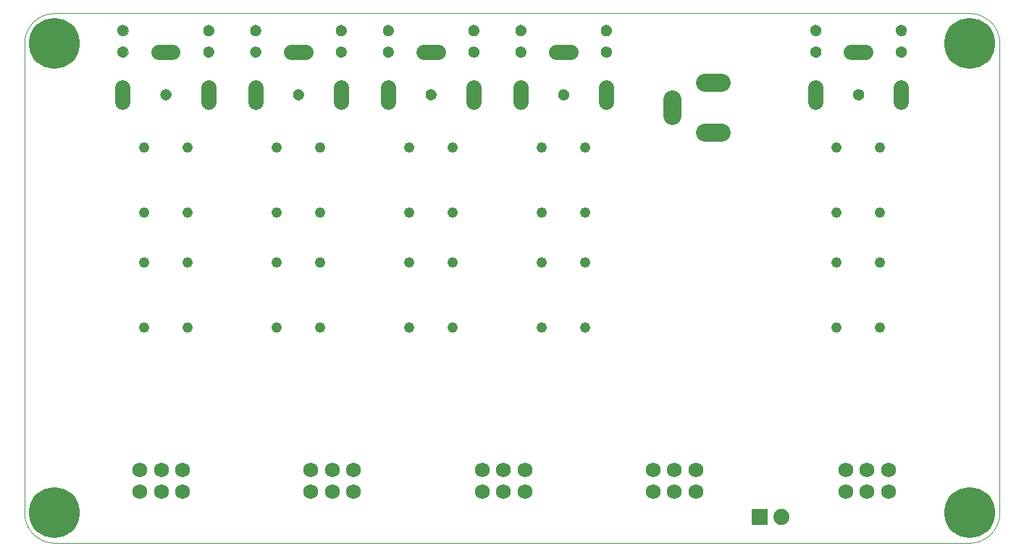
<source format=gbs>
G75*
%MOIN*%
%OFA0B0*%
%FSLAX25Y25*%
%IPPOS*%
%LPD*%
%AMOC8*
5,1,8,0,0,1.08239X$1,22.5*
%
%ADD10C,0.00000*%
%ADD11C,0.06896*%
%ADD12C,0.05124*%
%ADD13C,0.07000*%
%ADD14C,0.23400*%
%ADD15R,0.07400X0.07400*%
%ADD16C,0.07400*%
%ADD17C,0.04829*%
%ADD18C,0.08274*%
D10*
X0024622Y0040620D02*
X0445882Y0040620D01*
X0446215Y0040624D01*
X0446548Y0040636D01*
X0446880Y0040656D01*
X0447212Y0040684D01*
X0447543Y0040720D01*
X0447873Y0040765D01*
X0448202Y0040817D01*
X0448530Y0040877D01*
X0448856Y0040945D01*
X0449180Y0041020D01*
X0449502Y0041104D01*
X0449822Y0041195D01*
X0450140Y0041294D01*
X0450456Y0041401D01*
X0450768Y0041515D01*
X0451078Y0041637D01*
X0451385Y0041767D01*
X0451689Y0041903D01*
X0451989Y0042047D01*
X0452286Y0042198D01*
X0452579Y0042357D01*
X0452868Y0042522D01*
X0453153Y0042694D01*
X0453434Y0042873D01*
X0453710Y0043059D01*
X0453982Y0043252D01*
X0454249Y0043451D01*
X0454511Y0043656D01*
X0454768Y0043868D01*
X0455020Y0044086D01*
X0455266Y0044309D01*
X0455507Y0044539D01*
X0455743Y0044775D01*
X0455973Y0045016D01*
X0456196Y0045262D01*
X0456414Y0045514D01*
X0456626Y0045771D01*
X0456831Y0046033D01*
X0457030Y0046300D01*
X0457223Y0046572D01*
X0457409Y0046848D01*
X0457588Y0047129D01*
X0457760Y0047414D01*
X0457925Y0047703D01*
X0458084Y0047996D01*
X0458235Y0048293D01*
X0458379Y0048593D01*
X0458515Y0048897D01*
X0458645Y0049204D01*
X0458767Y0049514D01*
X0458881Y0049826D01*
X0458988Y0050142D01*
X0459087Y0050460D01*
X0459178Y0050780D01*
X0459262Y0051102D01*
X0459337Y0051426D01*
X0459405Y0051752D01*
X0459465Y0052080D01*
X0459517Y0052409D01*
X0459562Y0052739D01*
X0459598Y0053070D01*
X0459626Y0053402D01*
X0459646Y0053734D01*
X0459658Y0054067D01*
X0459662Y0054400D01*
X0459661Y0054400D02*
X0459661Y0270935D01*
X0459662Y0270935D02*
X0459658Y0271268D01*
X0459646Y0271601D01*
X0459626Y0271933D01*
X0459598Y0272265D01*
X0459562Y0272596D01*
X0459517Y0272926D01*
X0459465Y0273255D01*
X0459405Y0273583D01*
X0459337Y0273909D01*
X0459262Y0274233D01*
X0459178Y0274555D01*
X0459087Y0274875D01*
X0458988Y0275193D01*
X0458881Y0275509D01*
X0458767Y0275821D01*
X0458645Y0276131D01*
X0458515Y0276438D01*
X0458379Y0276742D01*
X0458235Y0277042D01*
X0458084Y0277339D01*
X0457925Y0277632D01*
X0457760Y0277921D01*
X0457588Y0278206D01*
X0457409Y0278487D01*
X0457223Y0278763D01*
X0457030Y0279035D01*
X0456831Y0279302D01*
X0456626Y0279564D01*
X0456414Y0279821D01*
X0456196Y0280073D01*
X0455973Y0280319D01*
X0455743Y0280560D01*
X0455507Y0280796D01*
X0455266Y0281026D01*
X0455020Y0281249D01*
X0454768Y0281467D01*
X0454511Y0281679D01*
X0454249Y0281884D01*
X0453982Y0282083D01*
X0453710Y0282276D01*
X0453434Y0282462D01*
X0453153Y0282641D01*
X0452868Y0282813D01*
X0452579Y0282978D01*
X0452286Y0283137D01*
X0451989Y0283288D01*
X0451689Y0283432D01*
X0451385Y0283568D01*
X0451078Y0283698D01*
X0450768Y0283820D01*
X0450456Y0283934D01*
X0450140Y0284041D01*
X0449822Y0284140D01*
X0449502Y0284231D01*
X0449180Y0284315D01*
X0448856Y0284390D01*
X0448530Y0284458D01*
X0448202Y0284518D01*
X0447873Y0284570D01*
X0447543Y0284615D01*
X0447212Y0284651D01*
X0446880Y0284679D01*
X0446548Y0284699D01*
X0446215Y0284711D01*
X0445882Y0284715D01*
X0024622Y0284715D01*
X0024289Y0284711D01*
X0023956Y0284699D01*
X0023624Y0284679D01*
X0023292Y0284651D01*
X0022961Y0284615D01*
X0022631Y0284570D01*
X0022302Y0284518D01*
X0021974Y0284458D01*
X0021648Y0284390D01*
X0021324Y0284315D01*
X0021002Y0284231D01*
X0020682Y0284140D01*
X0020364Y0284041D01*
X0020048Y0283934D01*
X0019736Y0283820D01*
X0019426Y0283698D01*
X0019119Y0283568D01*
X0018815Y0283432D01*
X0018515Y0283288D01*
X0018218Y0283137D01*
X0017925Y0282978D01*
X0017636Y0282813D01*
X0017351Y0282641D01*
X0017070Y0282462D01*
X0016794Y0282276D01*
X0016522Y0282083D01*
X0016255Y0281884D01*
X0015993Y0281679D01*
X0015736Y0281467D01*
X0015484Y0281249D01*
X0015238Y0281026D01*
X0014997Y0280796D01*
X0014761Y0280560D01*
X0014531Y0280319D01*
X0014308Y0280073D01*
X0014090Y0279821D01*
X0013878Y0279564D01*
X0013673Y0279302D01*
X0013474Y0279035D01*
X0013281Y0278763D01*
X0013095Y0278487D01*
X0012916Y0278206D01*
X0012744Y0277921D01*
X0012579Y0277632D01*
X0012420Y0277339D01*
X0012269Y0277042D01*
X0012125Y0276742D01*
X0011989Y0276438D01*
X0011859Y0276131D01*
X0011737Y0275821D01*
X0011623Y0275509D01*
X0011516Y0275193D01*
X0011417Y0274875D01*
X0011326Y0274555D01*
X0011242Y0274233D01*
X0011167Y0273909D01*
X0011099Y0273583D01*
X0011039Y0273255D01*
X0010987Y0272926D01*
X0010942Y0272596D01*
X0010906Y0272265D01*
X0010878Y0271933D01*
X0010858Y0271601D01*
X0010846Y0271268D01*
X0010842Y0270935D01*
X0010843Y0270935D02*
X0010843Y0054400D01*
X0010842Y0054400D02*
X0010846Y0054067D01*
X0010858Y0053734D01*
X0010878Y0053402D01*
X0010906Y0053070D01*
X0010942Y0052739D01*
X0010987Y0052409D01*
X0011039Y0052080D01*
X0011099Y0051752D01*
X0011167Y0051426D01*
X0011242Y0051102D01*
X0011326Y0050780D01*
X0011417Y0050460D01*
X0011516Y0050142D01*
X0011623Y0049826D01*
X0011737Y0049514D01*
X0011859Y0049204D01*
X0011989Y0048897D01*
X0012125Y0048593D01*
X0012269Y0048293D01*
X0012420Y0047996D01*
X0012579Y0047703D01*
X0012744Y0047414D01*
X0012916Y0047129D01*
X0013095Y0046848D01*
X0013281Y0046572D01*
X0013474Y0046300D01*
X0013673Y0046033D01*
X0013878Y0045771D01*
X0014090Y0045514D01*
X0014308Y0045262D01*
X0014531Y0045016D01*
X0014761Y0044775D01*
X0014997Y0044539D01*
X0015238Y0044309D01*
X0015484Y0044086D01*
X0015736Y0043868D01*
X0015993Y0043656D01*
X0016255Y0043451D01*
X0016522Y0043252D01*
X0016794Y0043059D01*
X0017070Y0042873D01*
X0017351Y0042694D01*
X0017636Y0042522D01*
X0017925Y0042357D01*
X0018218Y0042198D01*
X0018515Y0042047D01*
X0018815Y0041903D01*
X0019119Y0041767D01*
X0019426Y0041637D01*
X0019736Y0041515D01*
X0020048Y0041401D01*
X0020364Y0041294D01*
X0020682Y0041195D01*
X0021002Y0041104D01*
X0021324Y0041020D01*
X0021648Y0040945D01*
X0021974Y0040877D01*
X0022302Y0040817D01*
X0022631Y0040765D01*
X0022961Y0040720D01*
X0023292Y0040684D01*
X0023624Y0040656D01*
X0023956Y0040636D01*
X0024289Y0040624D01*
X0024622Y0040620D01*
X0073441Y0247313D02*
X0073443Y0247410D01*
X0073449Y0247507D01*
X0073459Y0247603D01*
X0073473Y0247699D01*
X0073491Y0247795D01*
X0073512Y0247889D01*
X0073538Y0247983D01*
X0073567Y0248075D01*
X0073601Y0248166D01*
X0073637Y0248256D01*
X0073678Y0248344D01*
X0073722Y0248430D01*
X0073770Y0248515D01*
X0073821Y0248597D01*
X0073875Y0248678D01*
X0073933Y0248756D01*
X0073994Y0248831D01*
X0074057Y0248904D01*
X0074124Y0248975D01*
X0074194Y0249042D01*
X0074266Y0249107D01*
X0074341Y0249168D01*
X0074419Y0249227D01*
X0074498Y0249282D01*
X0074580Y0249334D01*
X0074664Y0249382D01*
X0074750Y0249427D01*
X0074838Y0249469D01*
X0074927Y0249507D01*
X0075018Y0249541D01*
X0075110Y0249571D01*
X0075203Y0249598D01*
X0075298Y0249620D01*
X0075393Y0249639D01*
X0075489Y0249654D01*
X0075585Y0249665D01*
X0075682Y0249672D01*
X0075779Y0249675D01*
X0075876Y0249674D01*
X0075973Y0249669D01*
X0076069Y0249660D01*
X0076165Y0249647D01*
X0076261Y0249630D01*
X0076356Y0249609D01*
X0076449Y0249585D01*
X0076542Y0249556D01*
X0076634Y0249524D01*
X0076724Y0249488D01*
X0076812Y0249449D01*
X0076899Y0249405D01*
X0076984Y0249359D01*
X0077067Y0249308D01*
X0077148Y0249255D01*
X0077226Y0249198D01*
X0077303Y0249138D01*
X0077376Y0249075D01*
X0077447Y0249009D01*
X0077515Y0248940D01*
X0077581Y0248868D01*
X0077643Y0248794D01*
X0077702Y0248717D01*
X0077758Y0248638D01*
X0077811Y0248556D01*
X0077861Y0248473D01*
X0077906Y0248387D01*
X0077949Y0248300D01*
X0077988Y0248211D01*
X0078023Y0248121D01*
X0078054Y0248029D01*
X0078081Y0247936D01*
X0078105Y0247842D01*
X0078125Y0247747D01*
X0078141Y0247651D01*
X0078153Y0247555D01*
X0078161Y0247458D01*
X0078165Y0247361D01*
X0078165Y0247265D01*
X0078161Y0247168D01*
X0078153Y0247071D01*
X0078141Y0246975D01*
X0078125Y0246879D01*
X0078105Y0246784D01*
X0078081Y0246690D01*
X0078054Y0246597D01*
X0078023Y0246505D01*
X0077988Y0246415D01*
X0077949Y0246326D01*
X0077906Y0246239D01*
X0077861Y0246153D01*
X0077811Y0246070D01*
X0077758Y0245988D01*
X0077702Y0245909D01*
X0077643Y0245832D01*
X0077581Y0245758D01*
X0077515Y0245686D01*
X0077447Y0245617D01*
X0077376Y0245551D01*
X0077303Y0245488D01*
X0077226Y0245428D01*
X0077148Y0245371D01*
X0077067Y0245318D01*
X0076984Y0245267D01*
X0076899Y0245221D01*
X0076812Y0245177D01*
X0076724Y0245138D01*
X0076634Y0245102D01*
X0076542Y0245070D01*
X0076449Y0245041D01*
X0076356Y0245017D01*
X0076261Y0244996D01*
X0076165Y0244979D01*
X0076069Y0244966D01*
X0075973Y0244957D01*
X0075876Y0244952D01*
X0075779Y0244951D01*
X0075682Y0244954D01*
X0075585Y0244961D01*
X0075489Y0244972D01*
X0075393Y0244987D01*
X0075298Y0245006D01*
X0075203Y0245028D01*
X0075110Y0245055D01*
X0075018Y0245085D01*
X0074927Y0245119D01*
X0074838Y0245157D01*
X0074750Y0245199D01*
X0074664Y0245244D01*
X0074580Y0245292D01*
X0074498Y0245344D01*
X0074419Y0245399D01*
X0074341Y0245458D01*
X0074266Y0245519D01*
X0074194Y0245584D01*
X0074124Y0245651D01*
X0074057Y0245722D01*
X0073994Y0245795D01*
X0073933Y0245870D01*
X0073875Y0245948D01*
X0073821Y0246029D01*
X0073770Y0246111D01*
X0073722Y0246196D01*
X0073678Y0246282D01*
X0073637Y0246370D01*
X0073601Y0246460D01*
X0073567Y0246551D01*
X0073538Y0246643D01*
X0073512Y0246737D01*
X0073491Y0246831D01*
X0073473Y0246927D01*
X0073459Y0247023D01*
X0073449Y0247119D01*
X0073443Y0247216D01*
X0073441Y0247313D01*
X0053756Y0266998D02*
X0053758Y0267095D01*
X0053764Y0267192D01*
X0053774Y0267288D01*
X0053788Y0267384D01*
X0053806Y0267480D01*
X0053827Y0267574D01*
X0053853Y0267668D01*
X0053882Y0267760D01*
X0053916Y0267851D01*
X0053952Y0267941D01*
X0053993Y0268029D01*
X0054037Y0268115D01*
X0054085Y0268200D01*
X0054136Y0268282D01*
X0054190Y0268363D01*
X0054248Y0268441D01*
X0054309Y0268516D01*
X0054372Y0268589D01*
X0054439Y0268660D01*
X0054509Y0268727D01*
X0054581Y0268792D01*
X0054656Y0268853D01*
X0054734Y0268912D01*
X0054813Y0268967D01*
X0054895Y0269019D01*
X0054979Y0269067D01*
X0055065Y0269112D01*
X0055153Y0269154D01*
X0055242Y0269192D01*
X0055333Y0269226D01*
X0055425Y0269256D01*
X0055518Y0269283D01*
X0055613Y0269305D01*
X0055708Y0269324D01*
X0055804Y0269339D01*
X0055900Y0269350D01*
X0055997Y0269357D01*
X0056094Y0269360D01*
X0056191Y0269359D01*
X0056288Y0269354D01*
X0056384Y0269345D01*
X0056480Y0269332D01*
X0056576Y0269315D01*
X0056671Y0269294D01*
X0056764Y0269270D01*
X0056857Y0269241D01*
X0056949Y0269209D01*
X0057039Y0269173D01*
X0057127Y0269134D01*
X0057214Y0269090D01*
X0057299Y0269044D01*
X0057382Y0268993D01*
X0057463Y0268940D01*
X0057541Y0268883D01*
X0057618Y0268823D01*
X0057691Y0268760D01*
X0057762Y0268694D01*
X0057830Y0268625D01*
X0057896Y0268553D01*
X0057958Y0268479D01*
X0058017Y0268402D01*
X0058073Y0268323D01*
X0058126Y0268241D01*
X0058176Y0268158D01*
X0058221Y0268072D01*
X0058264Y0267985D01*
X0058303Y0267896D01*
X0058338Y0267806D01*
X0058369Y0267714D01*
X0058396Y0267621D01*
X0058420Y0267527D01*
X0058440Y0267432D01*
X0058456Y0267336D01*
X0058468Y0267240D01*
X0058476Y0267143D01*
X0058480Y0267046D01*
X0058480Y0266950D01*
X0058476Y0266853D01*
X0058468Y0266756D01*
X0058456Y0266660D01*
X0058440Y0266564D01*
X0058420Y0266469D01*
X0058396Y0266375D01*
X0058369Y0266282D01*
X0058338Y0266190D01*
X0058303Y0266100D01*
X0058264Y0266011D01*
X0058221Y0265924D01*
X0058176Y0265838D01*
X0058126Y0265755D01*
X0058073Y0265673D01*
X0058017Y0265594D01*
X0057958Y0265517D01*
X0057896Y0265443D01*
X0057830Y0265371D01*
X0057762Y0265302D01*
X0057691Y0265236D01*
X0057618Y0265173D01*
X0057541Y0265113D01*
X0057463Y0265056D01*
X0057382Y0265003D01*
X0057299Y0264952D01*
X0057214Y0264906D01*
X0057127Y0264862D01*
X0057039Y0264823D01*
X0056949Y0264787D01*
X0056857Y0264755D01*
X0056764Y0264726D01*
X0056671Y0264702D01*
X0056576Y0264681D01*
X0056480Y0264664D01*
X0056384Y0264651D01*
X0056288Y0264642D01*
X0056191Y0264637D01*
X0056094Y0264636D01*
X0055997Y0264639D01*
X0055900Y0264646D01*
X0055804Y0264657D01*
X0055708Y0264672D01*
X0055613Y0264691D01*
X0055518Y0264713D01*
X0055425Y0264740D01*
X0055333Y0264770D01*
X0055242Y0264804D01*
X0055153Y0264842D01*
X0055065Y0264884D01*
X0054979Y0264929D01*
X0054895Y0264977D01*
X0054813Y0265029D01*
X0054734Y0265084D01*
X0054656Y0265143D01*
X0054581Y0265204D01*
X0054509Y0265269D01*
X0054439Y0265336D01*
X0054372Y0265407D01*
X0054309Y0265480D01*
X0054248Y0265555D01*
X0054190Y0265633D01*
X0054136Y0265714D01*
X0054085Y0265796D01*
X0054037Y0265881D01*
X0053993Y0265967D01*
X0053952Y0266055D01*
X0053916Y0266145D01*
X0053882Y0266236D01*
X0053853Y0266328D01*
X0053827Y0266422D01*
X0053806Y0266516D01*
X0053788Y0266612D01*
X0053774Y0266708D01*
X0053764Y0266804D01*
X0053758Y0266901D01*
X0053756Y0266998D01*
X0053756Y0276841D02*
X0053758Y0276938D01*
X0053764Y0277035D01*
X0053774Y0277131D01*
X0053788Y0277227D01*
X0053806Y0277323D01*
X0053827Y0277417D01*
X0053853Y0277511D01*
X0053882Y0277603D01*
X0053916Y0277694D01*
X0053952Y0277784D01*
X0053993Y0277872D01*
X0054037Y0277958D01*
X0054085Y0278043D01*
X0054136Y0278125D01*
X0054190Y0278206D01*
X0054248Y0278284D01*
X0054309Y0278359D01*
X0054372Y0278432D01*
X0054439Y0278503D01*
X0054509Y0278570D01*
X0054581Y0278635D01*
X0054656Y0278696D01*
X0054734Y0278755D01*
X0054813Y0278810D01*
X0054895Y0278862D01*
X0054979Y0278910D01*
X0055065Y0278955D01*
X0055153Y0278997D01*
X0055242Y0279035D01*
X0055333Y0279069D01*
X0055425Y0279099D01*
X0055518Y0279126D01*
X0055613Y0279148D01*
X0055708Y0279167D01*
X0055804Y0279182D01*
X0055900Y0279193D01*
X0055997Y0279200D01*
X0056094Y0279203D01*
X0056191Y0279202D01*
X0056288Y0279197D01*
X0056384Y0279188D01*
X0056480Y0279175D01*
X0056576Y0279158D01*
X0056671Y0279137D01*
X0056764Y0279113D01*
X0056857Y0279084D01*
X0056949Y0279052D01*
X0057039Y0279016D01*
X0057127Y0278977D01*
X0057214Y0278933D01*
X0057299Y0278887D01*
X0057382Y0278836D01*
X0057463Y0278783D01*
X0057541Y0278726D01*
X0057618Y0278666D01*
X0057691Y0278603D01*
X0057762Y0278537D01*
X0057830Y0278468D01*
X0057896Y0278396D01*
X0057958Y0278322D01*
X0058017Y0278245D01*
X0058073Y0278166D01*
X0058126Y0278084D01*
X0058176Y0278001D01*
X0058221Y0277915D01*
X0058264Y0277828D01*
X0058303Y0277739D01*
X0058338Y0277649D01*
X0058369Y0277557D01*
X0058396Y0277464D01*
X0058420Y0277370D01*
X0058440Y0277275D01*
X0058456Y0277179D01*
X0058468Y0277083D01*
X0058476Y0276986D01*
X0058480Y0276889D01*
X0058480Y0276793D01*
X0058476Y0276696D01*
X0058468Y0276599D01*
X0058456Y0276503D01*
X0058440Y0276407D01*
X0058420Y0276312D01*
X0058396Y0276218D01*
X0058369Y0276125D01*
X0058338Y0276033D01*
X0058303Y0275943D01*
X0058264Y0275854D01*
X0058221Y0275767D01*
X0058176Y0275681D01*
X0058126Y0275598D01*
X0058073Y0275516D01*
X0058017Y0275437D01*
X0057958Y0275360D01*
X0057896Y0275286D01*
X0057830Y0275214D01*
X0057762Y0275145D01*
X0057691Y0275079D01*
X0057618Y0275016D01*
X0057541Y0274956D01*
X0057463Y0274899D01*
X0057382Y0274846D01*
X0057299Y0274795D01*
X0057214Y0274749D01*
X0057127Y0274705D01*
X0057039Y0274666D01*
X0056949Y0274630D01*
X0056857Y0274598D01*
X0056764Y0274569D01*
X0056671Y0274545D01*
X0056576Y0274524D01*
X0056480Y0274507D01*
X0056384Y0274494D01*
X0056288Y0274485D01*
X0056191Y0274480D01*
X0056094Y0274479D01*
X0055997Y0274482D01*
X0055900Y0274489D01*
X0055804Y0274500D01*
X0055708Y0274515D01*
X0055613Y0274534D01*
X0055518Y0274556D01*
X0055425Y0274583D01*
X0055333Y0274613D01*
X0055242Y0274647D01*
X0055153Y0274685D01*
X0055065Y0274727D01*
X0054979Y0274772D01*
X0054895Y0274820D01*
X0054813Y0274872D01*
X0054734Y0274927D01*
X0054656Y0274986D01*
X0054581Y0275047D01*
X0054509Y0275112D01*
X0054439Y0275179D01*
X0054372Y0275250D01*
X0054309Y0275323D01*
X0054248Y0275398D01*
X0054190Y0275476D01*
X0054136Y0275557D01*
X0054085Y0275639D01*
X0054037Y0275724D01*
X0053993Y0275810D01*
X0053952Y0275898D01*
X0053916Y0275988D01*
X0053882Y0276079D01*
X0053853Y0276171D01*
X0053827Y0276265D01*
X0053806Y0276359D01*
X0053788Y0276455D01*
X0053774Y0276551D01*
X0053764Y0276647D01*
X0053758Y0276744D01*
X0053756Y0276841D01*
X0093126Y0276841D02*
X0093128Y0276938D01*
X0093134Y0277035D01*
X0093144Y0277131D01*
X0093158Y0277227D01*
X0093176Y0277323D01*
X0093197Y0277417D01*
X0093223Y0277511D01*
X0093252Y0277603D01*
X0093286Y0277694D01*
X0093322Y0277784D01*
X0093363Y0277872D01*
X0093407Y0277958D01*
X0093455Y0278043D01*
X0093506Y0278125D01*
X0093560Y0278206D01*
X0093618Y0278284D01*
X0093679Y0278359D01*
X0093742Y0278432D01*
X0093809Y0278503D01*
X0093879Y0278570D01*
X0093951Y0278635D01*
X0094026Y0278696D01*
X0094104Y0278755D01*
X0094183Y0278810D01*
X0094265Y0278862D01*
X0094349Y0278910D01*
X0094435Y0278955D01*
X0094523Y0278997D01*
X0094612Y0279035D01*
X0094703Y0279069D01*
X0094795Y0279099D01*
X0094888Y0279126D01*
X0094983Y0279148D01*
X0095078Y0279167D01*
X0095174Y0279182D01*
X0095270Y0279193D01*
X0095367Y0279200D01*
X0095464Y0279203D01*
X0095561Y0279202D01*
X0095658Y0279197D01*
X0095754Y0279188D01*
X0095850Y0279175D01*
X0095946Y0279158D01*
X0096041Y0279137D01*
X0096134Y0279113D01*
X0096227Y0279084D01*
X0096319Y0279052D01*
X0096409Y0279016D01*
X0096497Y0278977D01*
X0096584Y0278933D01*
X0096669Y0278887D01*
X0096752Y0278836D01*
X0096833Y0278783D01*
X0096911Y0278726D01*
X0096988Y0278666D01*
X0097061Y0278603D01*
X0097132Y0278537D01*
X0097200Y0278468D01*
X0097266Y0278396D01*
X0097328Y0278322D01*
X0097387Y0278245D01*
X0097443Y0278166D01*
X0097496Y0278084D01*
X0097546Y0278001D01*
X0097591Y0277915D01*
X0097634Y0277828D01*
X0097673Y0277739D01*
X0097708Y0277649D01*
X0097739Y0277557D01*
X0097766Y0277464D01*
X0097790Y0277370D01*
X0097810Y0277275D01*
X0097826Y0277179D01*
X0097838Y0277083D01*
X0097846Y0276986D01*
X0097850Y0276889D01*
X0097850Y0276793D01*
X0097846Y0276696D01*
X0097838Y0276599D01*
X0097826Y0276503D01*
X0097810Y0276407D01*
X0097790Y0276312D01*
X0097766Y0276218D01*
X0097739Y0276125D01*
X0097708Y0276033D01*
X0097673Y0275943D01*
X0097634Y0275854D01*
X0097591Y0275767D01*
X0097546Y0275681D01*
X0097496Y0275598D01*
X0097443Y0275516D01*
X0097387Y0275437D01*
X0097328Y0275360D01*
X0097266Y0275286D01*
X0097200Y0275214D01*
X0097132Y0275145D01*
X0097061Y0275079D01*
X0096988Y0275016D01*
X0096911Y0274956D01*
X0096833Y0274899D01*
X0096752Y0274846D01*
X0096669Y0274795D01*
X0096584Y0274749D01*
X0096497Y0274705D01*
X0096409Y0274666D01*
X0096319Y0274630D01*
X0096227Y0274598D01*
X0096134Y0274569D01*
X0096041Y0274545D01*
X0095946Y0274524D01*
X0095850Y0274507D01*
X0095754Y0274494D01*
X0095658Y0274485D01*
X0095561Y0274480D01*
X0095464Y0274479D01*
X0095367Y0274482D01*
X0095270Y0274489D01*
X0095174Y0274500D01*
X0095078Y0274515D01*
X0094983Y0274534D01*
X0094888Y0274556D01*
X0094795Y0274583D01*
X0094703Y0274613D01*
X0094612Y0274647D01*
X0094523Y0274685D01*
X0094435Y0274727D01*
X0094349Y0274772D01*
X0094265Y0274820D01*
X0094183Y0274872D01*
X0094104Y0274927D01*
X0094026Y0274986D01*
X0093951Y0275047D01*
X0093879Y0275112D01*
X0093809Y0275179D01*
X0093742Y0275250D01*
X0093679Y0275323D01*
X0093618Y0275398D01*
X0093560Y0275476D01*
X0093506Y0275557D01*
X0093455Y0275639D01*
X0093407Y0275724D01*
X0093363Y0275810D01*
X0093322Y0275898D01*
X0093286Y0275988D01*
X0093252Y0276079D01*
X0093223Y0276171D01*
X0093197Y0276265D01*
X0093176Y0276359D01*
X0093158Y0276455D01*
X0093144Y0276551D01*
X0093134Y0276647D01*
X0093128Y0276744D01*
X0093126Y0276841D01*
X0093126Y0266998D02*
X0093128Y0267095D01*
X0093134Y0267192D01*
X0093144Y0267288D01*
X0093158Y0267384D01*
X0093176Y0267480D01*
X0093197Y0267574D01*
X0093223Y0267668D01*
X0093252Y0267760D01*
X0093286Y0267851D01*
X0093322Y0267941D01*
X0093363Y0268029D01*
X0093407Y0268115D01*
X0093455Y0268200D01*
X0093506Y0268282D01*
X0093560Y0268363D01*
X0093618Y0268441D01*
X0093679Y0268516D01*
X0093742Y0268589D01*
X0093809Y0268660D01*
X0093879Y0268727D01*
X0093951Y0268792D01*
X0094026Y0268853D01*
X0094104Y0268912D01*
X0094183Y0268967D01*
X0094265Y0269019D01*
X0094349Y0269067D01*
X0094435Y0269112D01*
X0094523Y0269154D01*
X0094612Y0269192D01*
X0094703Y0269226D01*
X0094795Y0269256D01*
X0094888Y0269283D01*
X0094983Y0269305D01*
X0095078Y0269324D01*
X0095174Y0269339D01*
X0095270Y0269350D01*
X0095367Y0269357D01*
X0095464Y0269360D01*
X0095561Y0269359D01*
X0095658Y0269354D01*
X0095754Y0269345D01*
X0095850Y0269332D01*
X0095946Y0269315D01*
X0096041Y0269294D01*
X0096134Y0269270D01*
X0096227Y0269241D01*
X0096319Y0269209D01*
X0096409Y0269173D01*
X0096497Y0269134D01*
X0096584Y0269090D01*
X0096669Y0269044D01*
X0096752Y0268993D01*
X0096833Y0268940D01*
X0096911Y0268883D01*
X0096988Y0268823D01*
X0097061Y0268760D01*
X0097132Y0268694D01*
X0097200Y0268625D01*
X0097266Y0268553D01*
X0097328Y0268479D01*
X0097387Y0268402D01*
X0097443Y0268323D01*
X0097496Y0268241D01*
X0097546Y0268158D01*
X0097591Y0268072D01*
X0097634Y0267985D01*
X0097673Y0267896D01*
X0097708Y0267806D01*
X0097739Y0267714D01*
X0097766Y0267621D01*
X0097790Y0267527D01*
X0097810Y0267432D01*
X0097826Y0267336D01*
X0097838Y0267240D01*
X0097846Y0267143D01*
X0097850Y0267046D01*
X0097850Y0266950D01*
X0097846Y0266853D01*
X0097838Y0266756D01*
X0097826Y0266660D01*
X0097810Y0266564D01*
X0097790Y0266469D01*
X0097766Y0266375D01*
X0097739Y0266282D01*
X0097708Y0266190D01*
X0097673Y0266100D01*
X0097634Y0266011D01*
X0097591Y0265924D01*
X0097546Y0265838D01*
X0097496Y0265755D01*
X0097443Y0265673D01*
X0097387Y0265594D01*
X0097328Y0265517D01*
X0097266Y0265443D01*
X0097200Y0265371D01*
X0097132Y0265302D01*
X0097061Y0265236D01*
X0096988Y0265173D01*
X0096911Y0265113D01*
X0096833Y0265056D01*
X0096752Y0265003D01*
X0096669Y0264952D01*
X0096584Y0264906D01*
X0096497Y0264862D01*
X0096409Y0264823D01*
X0096319Y0264787D01*
X0096227Y0264755D01*
X0096134Y0264726D01*
X0096041Y0264702D01*
X0095946Y0264681D01*
X0095850Y0264664D01*
X0095754Y0264651D01*
X0095658Y0264642D01*
X0095561Y0264637D01*
X0095464Y0264636D01*
X0095367Y0264639D01*
X0095270Y0264646D01*
X0095174Y0264657D01*
X0095078Y0264672D01*
X0094983Y0264691D01*
X0094888Y0264713D01*
X0094795Y0264740D01*
X0094703Y0264770D01*
X0094612Y0264804D01*
X0094523Y0264842D01*
X0094435Y0264884D01*
X0094349Y0264929D01*
X0094265Y0264977D01*
X0094183Y0265029D01*
X0094104Y0265084D01*
X0094026Y0265143D01*
X0093951Y0265204D01*
X0093879Y0265269D01*
X0093809Y0265336D01*
X0093742Y0265407D01*
X0093679Y0265480D01*
X0093618Y0265555D01*
X0093560Y0265633D01*
X0093506Y0265714D01*
X0093455Y0265796D01*
X0093407Y0265881D01*
X0093363Y0265967D01*
X0093322Y0266055D01*
X0093286Y0266145D01*
X0093252Y0266236D01*
X0093223Y0266328D01*
X0093197Y0266422D01*
X0093176Y0266516D01*
X0093158Y0266612D01*
X0093144Y0266708D01*
X0093134Y0266804D01*
X0093128Y0266901D01*
X0093126Y0266998D01*
X0114780Y0266998D02*
X0114782Y0267095D01*
X0114788Y0267192D01*
X0114798Y0267288D01*
X0114812Y0267384D01*
X0114830Y0267480D01*
X0114851Y0267574D01*
X0114877Y0267668D01*
X0114906Y0267760D01*
X0114940Y0267851D01*
X0114976Y0267941D01*
X0115017Y0268029D01*
X0115061Y0268115D01*
X0115109Y0268200D01*
X0115160Y0268282D01*
X0115214Y0268363D01*
X0115272Y0268441D01*
X0115333Y0268516D01*
X0115396Y0268589D01*
X0115463Y0268660D01*
X0115533Y0268727D01*
X0115605Y0268792D01*
X0115680Y0268853D01*
X0115758Y0268912D01*
X0115837Y0268967D01*
X0115919Y0269019D01*
X0116003Y0269067D01*
X0116089Y0269112D01*
X0116177Y0269154D01*
X0116266Y0269192D01*
X0116357Y0269226D01*
X0116449Y0269256D01*
X0116542Y0269283D01*
X0116637Y0269305D01*
X0116732Y0269324D01*
X0116828Y0269339D01*
X0116924Y0269350D01*
X0117021Y0269357D01*
X0117118Y0269360D01*
X0117215Y0269359D01*
X0117312Y0269354D01*
X0117408Y0269345D01*
X0117504Y0269332D01*
X0117600Y0269315D01*
X0117695Y0269294D01*
X0117788Y0269270D01*
X0117881Y0269241D01*
X0117973Y0269209D01*
X0118063Y0269173D01*
X0118151Y0269134D01*
X0118238Y0269090D01*
X0118323Y0269044D01*
X0118406Y0268993D01*
X0118487Y0268940D01*
X0118565Y0268883D01*
X0118642Y0268823D01*
X0118715Y0268760D01*
X0118786Y0268694D01*
X0118854Y0268625D01*
X0118920Y0268553D01*
X0118982Y0268479D01*
X0119041Y0268402D01*
X0119097Y0268323D01*
X0119150Y0268241D01*
X0119200Y0268158D01*
X0119245Y0268072D01*
X0119288Y0267985D01*
X0119327Y0267896D01*
X0119362Y0267806D01*
X0119393Y0267714D01*
X0119420Y0267621D01*
X0119444Y0267527D01*
X0119464Y0267432D01*
X0119480Y0267336D01*
X0119492Y0267240D01*
X0119500Y0267143D01*
X0119504Y0267046D01*
X0119504Y0266950D01*
X0119500Y0266853D01*
X0119492Y0266756D01*
X0119480Y0266660D01*
X0119464Y0266564D01*
X0119444Y0266469D01*
X0119420Y0266375D01*
X0119393Y0266282D01*
X0119362Y0266190D01*
X0119327Y0266100D01*
X0119288Y0266011D01*
X0119245Y0265924D01*
X0119200Y0265838D01*
X0119150Y0265755D01*
X0119097Y0265673D01*
X0119041Y0265594D01*
X0118982Y0265517D01*
X0118920Y0265443D01*
X0118854Y0265371D01*
X0118786Y0265302D01*
X0118715Y0265236D01*
X0118642Y0265173D01*
X0118565Y0265113D01*
X0118487Y0265056D01*
X0118406Y0265003D01*
X0118323Y0264952D01*
X0118238Y0264906D01*
X0118151Y0264862D01*
X0118063Y0264823D01*
X0117973Y0264787D01*
X0117881Y0264755D01*
X0117788Y0264726D01*
X0117695Y0264702D01*
X0117600Y0264681D01*
X0117504Y0264664D01*
X0117408Y0264651D01*
X0117312Y0264642D01*
X0117215Y0264637D01*
X0117118Y0264636D01*
X0117021Y0264639D01*
X0116924Y0264646D01*
X0116828Y0264657D01*
X0116732Y0264672D01*
X0116637Y0264691D01*
X0116542Y0264713D01*
X0116449Y0264740D01*
X0116357Y0264770D01*
X0116266Y0264804D01*
X0116177Y0264842D01*
X0116089Y0264884D01*
X0116003Y0264929D01*
X0115919Y0264977D01*
X0115837Y0265029D01*
X0115758Y0265084D01*
X0115680Y0265143D01*
X0115605Y0265204D01*
X0115533Y0265269D01*
X0115463Y0265336D01*
X0115396Y0265407D01*
X0115333Y0265480D01*
X0115272Y0265555D01*
X0115214Y0265633D01*
X0115160Y0265714D01*
X0115109Y0265796D01*
X0115061Y0265881D01*
X0115017Y0265967D01*
X0114976Y0266055D01*
X0114940Y0266145D01*
X0114906Y0266236D01*
X0114877Y0266328D01*
X0114851Y0266422D01*
X0114830Y0266516D01*
X0114812Y0266612D01*
X0114798Y0266708D01*
X0114788Y0266804D01*
X0114782Y0266901D01*
X0114780Y0266998D01*
X0114780Y0276841D02*
X0114782Y0276938D01*
X0114788Y0277035D01*
X0114798Y0277131D01*
X0114812Y0277227D01*
X0114830Y0277323D01*
X0114851Y0277417D01*
X0114877Y0277511D01*
X0114906Y0277603D01*
X0114940Y0277694D01*
X0114976Y0277784D01*
X0115017Y0277872D01*
X0115061Y0277958D01*
X0115109Y0278043D01*
X0115160Y0278125D01*
X0115214Y0278206D01*
X0115272Y0278284D01*
X0115333Y0278359D01*
X0115396Y0278432D01*
X0115463Y0278503D01*
X0115533Y0278570D01*
X0115605Y0278635D01*
X0115680Y0278696D01*
X0115758Y0278755D01*
X0115837Y0278810D01*
X0115919Y0278862D01*
X0116003Y0278910D01*
X0116089Y0278955D01*
X0116177Y0278997D01*
X0116266Y0279035D01*
X0116357Y0279069D01*
X0116449Y0279099D01*
X0116542Y0279126D01*
X0116637Y0279148D01*
X0116732Y0279167D01*
X0116828Y0279182D01*
X0116924Y0279193D01*
X0117021Y0279200D01*
X0117118Y0279203D01*
X0117215Y0279202D01*
X0117312Y0279197D01*
X0117408Y0279188D01*
X0117504Y0279175D01*
X0117600Y0279158D01*
X0117695Y0279137D01*
X0117788Y0279113D01*
X0117881Y0279084D01*
X0117973Y0279052D01*
X0118063Y0279016D01*
X0118151Y0278977D01*
X0118238Y0278933D01*
X0118323Y0278887D01*
X0118406Y0278836D01*
X0118487Y0278783D01*
X0118565Y0278726D01*
X0118642Y0278666D01*
X0118715Y0278603D01*
X0118786Y0278537D01*
X0118854Y0278468D01*
X0118920Y0278396D01*
X0118982Y0278322D01*
X0119041Y0278245D01*
X0119097Y0278166D01*
X0119150Y0278084D01*
X0119200Y0278001D01*
X0119245Y0277915D01*
X0119288Y0277828D01*
X0119327Y0277739D01*
X0119362Y0277649D01*
X0119393Y0277557D01*
X0119420Y0277464D01*
X0119444Y0277370D01*
X0119464Y0277275D01*
X0119480Y0277179D01*
X0119492Y0277083D01*
X0119500Y0276986D01*
X0119504Y0276889D01*
X0119504Y0276793D01*
X0119500Y0276696D01*
X0119492Y0276599D01*
X0119480Y0276503D01*
X0119464Y0276407D01*
X0119444Y0276312D01*
X0119420Y0276218D01*
X0119393Y0276125D01*
X0119362Y0276033D01*
X0119327Y0275943D01*
X0119288Y0275854D01*
X0119245Y0275767D01*
X0119200Y0275681D01*
X0119150Y0275598D01*
X0119097Y0275516D01*
X0119041Y0275437D01*
X0118982Y0275360D01*
X0118920Y0275286D01*
X0118854Y0275214D01*
X0118786Y0275145D01*
X0118715Y0275079D01*
X0118642Y0275016D01*
X0118565Y0274956D01*
X0118487Y0274899D01*
X0118406Y0274846D01*
X0118323Y0274795D01*
X0118238Y0274749D01*
X0118151Y0274705D01*
X0118063Y0274666D01*
X0117973Y0274630D01*
X0117881Y0274598D01*
X0117788Y0274569D01*
X0117695Y0274545D01*
X0117600Y0274524D01*
X0117504Y0274507D01*
X0117408Y0274494D01*
X0117312Y0274485D01*
X0117215Y0274480D01*
X0117118Y0274479D01*
X0117021Y0274482D01*
X0116924Y0274489D01*
X0116828Y0274500D01*
X0116732Y0274515D01*
X0116637Y0274534D01*
X0116542Y0274556D01*
X0116449Y0274583D01*
X0116357Y0274613D01*
X0116266Y0274647D01*
X0116177Y0274685D01*
X0116089Y0274727D01*
X0116003Y0274772D01*
X0115919Y0274820D01*
X0115837Y0274872D01*
X0115758Y0274927D01*
X0115680Y0274986D01*
X0115605Y0275047D01*
X0115533Y0275112D01*
X0115463Y0275179D01*
X0115396Y0275250D01*
X0115333Y0275323D01*
X0115272Y0275398D01*
X0115214Y0275476D01*
X0115160Y0275557D01*
X0115109Y0275639D01*
X0115061Y0275724D01*
X0115017Y0275810D01*
X0114976Y0275898D01*
X0114940Y0275988D01*
X0114906Y0276079D01*
X0114877Y0276171D01*
X0114851Y0276265D01*
X0114830Y0276359D01*
X0114812Y0276455D01*
X0114798Y0276551D01*
X0114788Y0276647D01*
X0114782Y0276744D01*
X0114780Y0276841D01*
X0154150Y0276841D02*
X0154152Y0276938D01*
X0154158Y0277035D01*
X0154168Y0277131D01*
X0154182Y0277227D01*
X0154200Y0277323D01*
X0154221Y0277417D01*
X0154247Y0277511D01*
X0154276Y0277603D01*
X0154310Y0277694D01*
X0154346Y0277784D01*
X0154387Y0277872D01*
X0154431Y0277958D01*
X0154479Y0278043D01*
X0154530Y0278125D01*
X0154584Y0278206D01*
X0154642Y0278284D01*
X0154703Y0278359D01*
X0154766Y0278432D01*
X0154833Y0278503D01*
X0154903Y0278570D01*
X0154975Y0278635D01*
X0155050Y0278696D01*
X0155128Y0278755D01*
X0155207Y0278810D01*
X0155289Y0278862D01*
X0155373Y0278910D01*
X0155459Y0278955D01*
X0155547Y0278997D01*
X0155636Y0279035D01*
X0155727Y0279069D01*
X0155819Y0279099D01*
X0155912Y0279126D01*
X0156007Y0279148D01*
X0156102Y0279167D01*
X0156198Y0279182D01*
X0156294Y0279193D01*
X0156391Y0279200D01*
X0156488Y0279203D01*
X0156585Y0279202D01*
X0156682Y0279197D01*
X0156778Y0279188D01*
X0156874Y0279175D01*
X0156970Y0279158D01*
X0157065Y0279137D01*
X0157158Y0279113D01*
X0157251Y0279084D01*
X0157343Y0279052D01*
X0157433Y0279016D01*
X0157521Y0278977D01*
X0157608Y0278933D01*
X0157693Y0278887D01*
X0157776Y0278836D01*
X0157857Y0278783D01*
X0157935Y0278726D01*
X0158012Y0278666D01*
X0158085Y0278603D01*
X0158156Y0278537D01*
X0158224Y0278468D01*
X0158290Y0278396D01*
X0158352Y0278322D01*
X0158411Y0278245D01*
X0158467Y0278166D01*
X0158520Y0278084D01*
X0158570Y0278001D01*
X0158615Y0277915D01*
X0158658Y0277828D01*
X0158697Y0277739D01*
X0158732Y0277649D01*
X0158763Y0277557D01*
X0158790Y0277464D01*
X0158814Y0277370D01*
X0158834Y0277275D01*
X0158850Y0277179D01*
X0158862Y0277083D01*
X0158870Y0276986D01*
X0158874Y0276889D01*
X0158874Y0276793D01*
X0158870Y0276696D01*
X0158862Y0276599D01*
X0158850Y0276503D01*
X0158834Y0276407D01*
X0158814Y0276312D01*
X0158790Y0276218D01*
X0158763Y0276125D01*
X0158732Y0276033D01*
X0158697Y0275943D01*
X0158658Y0275854D01*
X0158615Y0275767D01*
X0158570Y0275681D01*
X0158520Y0275598D01*
X0158467Y0275516D01*
X0158411Y0275437D01*
X0158352Y0275360D01*
X0158290Y0275286D01*
X0158224Y0275214D01*
X0158156Y0275145D01*
X0158085Y0275079D01*
X0158012Y0275016D01*
X0157935Y0274956D01*
X0157857Y0274899D01*
X0157776Y0274846D01*
X0157693Y0274795D01*
X0157608Y0274749D01*
X0157521Y0274705D01*
X0157433Y0274666D01*
X0157343Y0274630D01*
X0157251Y0274598D01*
X0157158Y0274569D01*
X0157065Y0274545D01*
X0156970Y0274524D01*
X0156874Y0274507D01*
X0156778Y0274494D01*
X0156682Y0274485D01*
X0156585Y0274480D01*
X0156488Y0274479D01*
X0156391Y0274482D01*
X0156294Y0274489D01*
X0156198Y0274500D01*
X0156102Y0274515D01*
X0156007Y0274534D01*
X0155912Y0274556D01*
X0155819Y0274583D01*
X0155727Y0274613D01*
X0155636Y0274647D01*
X0155547Y0274685D01*
X0155459Y0274727D01*
X0155373Y0274772D01*
X0155289Y0274820D01*
X0155207Y0274872D01*
X0155128Y0274927D01*
X0155050Y0274986D01*
X0154975Y0275047D01*
X0154903Y0275112D01*
X0154833Y0275179D01*
X0154766Y0275250D01*
X0154703Y0275323D01*
X0154642Y0275398D01*
X0154584Y0275476D01*
X0154530Y0275557D01*
X0154479Y0275639D01*
X0154431Y0275724D01*
X0154387Y0275810D01*
X0154346Y0275898D01*
X0154310Y0275988D01*
X0154276Y0276079D01*
X0154247Y0276171D01*
X0154221Y0276265D01*
X0154200Y0276359D01*
X0154182Y0276455D01*
X0154168Y0276551D01*
X0154158Y0276647D01*
X0154152Y0276744D01*
X0154150Y0276841D01*
X0154150Y0266998D02*
X0154152Y0267095D01*
X0154158Y0267192D01*
X0154168Y0267288D01*
X0154182Y0267384D01*
X0154200Y0267480D01*
X0154221Y0267574D01*
X0154247Y0267668D01*
X0154276Y0267760D01*
X0154310Y0267851D01*
X0154346Y0267941D01*
X0154387Y0268029D01*
X0154431Y0268115D01*
X0154479Y0268200D01*
X0154530Y0268282D01*
X0154584Y0268363D01*
X0154642Y0268441D01*
X0154703Y0268516D01*
X0154766Y0268589D01*
X0154833Y0268660D01*
X0154903Y0268727D01*
X0154975Y0268792D01*
X0155050Y0268853D01*
X0155128Y0268912D01*
X0155207Y0268967D01*
X0155289Y0269019D01*
X0155373Y0269067D01*
X0155459Y0269112D01*
X0155547Y0269154D01*
X0155636Y0269192D01*
X0155727Y0269226D01*
X0155819Y0269256D01*
X0155912Y0269283D01*
X0156007Y0269305D01*
X0156102Y0269324D01*
X0156198Y0269339D01*
X0156294Y0269350D01*
X0156391Y0269357D01*
X0156488Y0269360D01*
X0156585Y0269359D01*
X0156682Y0269354D01*
X0156778Y0269345D01*
X0156874Y0269332D01*
X0156970Y0269315D01*
X0157065Y0269294D01*
X0157158Y0269270D01*
X0157251Y0269241D01*
X0157343Y0269209D01*
X0157433Y0269173D01*
X0157521Y0269134D01*
X0157608Y0269090D01*
X0157693Y0269044D01*
X0157776Y0268993D01*
X0157857Y0268940D01*
X0157935Y0268883D01*
X0158012Y0268823D01*
X0158085Y0268760D01*
X0158156Y0268694D01*
X0158224Y0268625D01*
X0158290Y0268553D01*
X0158352Y0268479D01*
X0158411Y0268402D01*
X0158467Y0268323D01*
X0158520Y0268241D01*
X0158570Y0268158D01*
X0158615Y0268072D01*
X0158658Y0267985D01*
X0158697Y0267896D01*
X0158732Y0267806D01*
X0158763Y0267714D01*
X0158790Y0267621D01*
X0158814Y0267527D01*
X0158834Y0267432D01*
X0158850Y0267336D01*
X0158862Y0267240D01*
X0158870Y0267143D01*
X0158874Y0267046D01*
X0158874Y0266950D01*
X0158870Y0266853D01*
X0158862Y0266756D01*
X0158850Y0266660D01*
X0158834Y0266564D01*
X0158814Y0266469D01*
X0158790Y0266375D01*
X0158763Y0266282D01*
X0158732Y0266190D01*
X0158697Y0266100D01*
X0158658Y0266011D01*
X0158615Y0265924D01*
X0158570Y0265838D01*
X0158520Y0265755D01*
X0158467Y0265673D01*
X0158411Y0265594D01*
X0158352Y0265517D01*
X0158290Y0265443D01*
X0158224Y0265371D01*
X0158156Y0265302D01*
X0158085Y0265236D01*
X0158012Y0265173D01*
X0157935Y0265113D01*
X0157857Y0265056D01*
X0157776Y0265003D01*
X0157693Y0264952D01*
X0157608Y0264906D01*
X0157521Y0264862D01*
X0157433Y0264823D01*
X0157343Y0264787D01*
X0157251Y0264755D01*
X0157158Y0264726D01*
X0157065Y0264702D01*
X0156970Y0264681D01*
X0156874Y0264664D01*
X0156778Y0264651D01*
X0156682Y0264642D01*
X0156585Y0264637D01*
X0156488Y0264636D01*
X0156391Y0264639D01*
X0156294Y0264646D01*
X0156198Y0264657D01*
X0156102Y0264672D01*
X0156007Y0264691D01*
X0155912Y0264713D01*
X0155819Y0264740D01*
X0155727Y0264770D01*
X0155636Y0264804D01*
X0155547Y0264842D01*
X0155459Y0264884D01*
X0155373Y0264929D01*
X0155289Y0264977D01*
X0155207Y0265029D01*
X0155128Y0265084D01*
X0155050Y0265143D01*
X0154975Y0265204D01*
X0154903Y0265269D01*
X0154833Y0265336D01*
X0154766Y0265407D01*
X0154703Y0265480D01*
X0154642Y0265555D01*
X0154584Y0265633D01*
X0154530Y0265714D01*
X0154479Y0265796D01*
X0154431Y0265881D01*
X0154387Y0265967D01*
X0154346Y0266055D01*
X0154310Y0266145D01*
X0154276Y0266236D01*
X0154247Y0266328D01*
X0154221Y0266422D01*
X0154200Y0266516D01*
X0154182Y0266612D01*
X0154168Y0266708D01*
X0154158Y0266804D01*
X0154152Y0266901D01*
X0154150Y0266998D01*
X0175803Y0266998D02*
X0175805Y0267095D01*
X0175811Y0267192D01*
X0175821Y0267288D01*
X0175835Y0267384D01*
X0175853Y0267480D01*
X0175874Y0267574D01*
X0175900Y0267668D01*
X0175929Y0267760D01*
X0175963Y0267851D01*
X0175999Y0267941D01*
X0176040Y0268029D01*
X0176084Y0268115D01*
X0176132Y0268200D01*
X0176183Y0268282D01*
X0176237Y0268363D01*
X0176295Y0268441D01*
X0176356Y0268516D01*
X0176419Y0268589D01*
X0176486Y0268660D01*
X0176556Y0268727D01*
X0176628Y0268792D01*
X0176703Y0268853D01*
X0176781Y0268912D01*
X0176860Y0268967D01*
X0176942Y0269019D01*
X0177026Y0269067D01*
X0177112Y0269112D01*
X0177200Y0269154D01*
X0177289Y0269192D01*
X0177380Y0269226D01*
X0177472Y0269256D01*
X0177565Y0269283D01*
X0177660Y0269305D01*
X0177755Y0269324D01*
X0177851Y0269339D01*
X0177947Y0269350D01*
X0178044Y0269357D01*
X0178141Y0269360D01*
X0178238Y0269359D01*
X0178335Y0269354D01*
X0178431Y0269345D01*
X0178527Y0269332D01*
X0178623Y0269315D01*
X0178718Y0269294D01*
X0178811Y0269270D01*
X0178904Y0269241D01*
X0178996Y0269209D01*
X0179086Y0269173D01*
X0179174Y0269134D01*
X0179261Y0269090D01*
X0179346Y0269044D01*
X0179429Y0268993D01*
X0179510Y0268940D01*
X0179588Y0268883D01*
X0179665Y0268823D01*
X0179738Y0268760D01*
X0179809Y0268694D01*
X0179877Y0268625D01*
X0179943Y0268553D01*
X0180005Y0268479D01*
X0180064Y0268402D01*
X0180120Y0268323D01*
X0180173Y0268241D01*
X0180223Y0268158D01*
X0180268Y0268072D01*
X0180311Y0267985D01*
X0180350Y0267896D01*
X0180385Y0267806D01*
X0180416Y0267714D01*
X0180443Y0267621D01*
X0180467Y0267527D01*
X0180487Y0267432D01*
X0180503Y0267336D01*
X0180515Y0267240D01*
X0180523Y0267143D01*
X0180527Y0267046D01*
X0180527Y0266950D01*
X0180523Y0266853D01*
X0180515Y0266756D01*
X0180503Y0266660D01*
X0180487Y0266564D01*
X0180467Y0266469D01*
X0180443Y0266375D01*
X0180416Y0266282D01*
X0180385Y0266190D01*
X0180350Y0266100D01*
X0180311Y0266011D01*
X0180268Y0265924D01*
X0180223Y0265838D01*
X0180173Y0265755D01*
X0180120Y0265673D01*
X0180064Y0265594D01*
X0180005Y0265517D01*
X0179943Y0265443D01*
X0179877Y0265371D01*
X0179809Y0265302D01*
X0179738Y0265236D01*
X0179665Y0265173D01*
X0179588Y0265113D01*
X0179510Y0265056D01*
X0179429Y0265003D01*
X0179346Y0264952D01*
X0179261Y0264906D01*
X0179174Y0264862D01*
X0179086Y0264823D01*
X0178996Y0264787D01*
X0178904Y0264755D01*
X0178811Y0264726D01*
X0178718Y0264702D01*
X0178623Y0264681D01*
X0178527Y0264664D01*
X0178431Y0264651D01*
X0178335Y0264642D01*
X0178238Y0264637D01*
X0178141Y0264636D01*
X0178044Y0264639D01*
X0177947Y0264646D01*
X0177851Y0264657D01*
X0177755Y0264672D01*
X0177660Y0264691D01*
X0177565Y0264713D01*
X0177472Y0264740D01*
X0177380Y0264770D01*
X0177289Y0264804D01*
X0177200Y0264842D01*
X0177112Y0264884D01*
X0177026Y0264929D01*
X0176942Y0264977D01*
X0176860Y0265029D01*
X0176781Y0265084D01*
X0176703Y0265143D01*
X0176628Y0265204D01*
X0176556Y0265269D01*
X0176486Y0265336D01*
X0176419Y0265407D01*
X0176356Y0265480D01*
X0176295Y0265555D01*
X0176237Y0265633D01*
X0176183Y0265714D01*
X0176132Y0265796D01*
X0176084Y0265881D01*
X0176040Y0265967D01*
X0175999Y0266055D01*
X0175963Y0266145D01*
X0175929Y0266236D01*
X0175900Y0266328D01*
X0175874Y0266422D01*
X0175853Y0266516D01*
X0175835Y0266612D01*
X0175821Y0266708D01*
X0175811Y0266804D01*
X0175805Y0266901D01*
X0175803Y0266998D01*
X0175803Y0276841D02*
X0175805Y0276938D01*
X0175811Y0277035D01*
X0175821Y0277131D01*
X0175835Y0277227D01*
X0175853Y0277323D01*
X0175874Y0277417D01*
X0175900Y0277511D01*
X0175929Y0277603D01*
X0175963Y0277694D01*
X0175999Y0277784D01*
X0176040Y0277872D01*
X0176084Y0277958D01*
X0176132Y0278043D01*
X0176183Y0278125D01*
X0176237Y0278206D01*
X0176295Y0278284D01*
X0176356Y0278359D01*
X0176419Y0278432D01*
X0176486Y0278503D01*
X0176556Y0278570D01*
X0176628Y0278635D01*
X0176703Y0278696D01*
X0176781Y0278755D01*
X0176860Y0278810D01*
X0176942Y0278862D01*
X0177026Y0278910D01*
X0177112Y0278955D01*
X0177200Y0278997D01*
X0177289Y0279035D01*
X0177380Y0279069D01*
X0177472Y0279099D01*
X0177565Y0279126D01*
X0177660Y0279148D01*
X0177755Y0279167D01*
X0177851Y0279182D01*
X0177947Y0279193D01*
X0178044Y0279200D01*
X0178141Y0279203D01*
X0178238Y0279202D01*
X0178335Y0279197D01*
X0178431Y0279188D01*
X0178527Y0279175D01*
X0178623Y0279158D01*
X0178718Y0279137D01*
X0178811Y0279113D01*
X0178904Y0279084D01*
X0178996Y0279052D01*
X0179086Y0279016D01*
X0179174Y0278977D01*
X0179261Y0278933D01*
X0179346Y0278887D01*
X0179429Y0278836D01*
X0179510Y0278783D01*
X0179588Y0278726D01*
X0179665Y0278666D01*
X0179738Y0278603D01*
X0179809Y0278537D01*
X0179877Y0278468D01*
X0179943Y0278396D01*
X0180005Y0278322D01*
X0180064Y0278245D01*
X0180120Y0278166D01*
X0180173Y0278084D01*
X0180223Y0278001D01*
X0180268Y0277915D01*
X0180311Y0277828D01*
X0180350Y0277739D01*
X0180385Y0277649D01*
X0180416Y0277557D01*
X0180443Y0277464D01*
X0180467Y0277370D01*
X0180487Y0277275D01*
X0180503Y0277179D01*
X0180515Y0277083D01*
X0180523Y0276986D01*
X0180527Y0276889D01*
X0180527Y0276793D01*
X0180523Y0276696D01*
X0180515Y0276599D01*
X0180503Y0276503D01*
X0180487Y0276407D01*
X0180467Y0276312D01*
X0180443Y0276218D01*
X0180416Y0276125D01*
X0180385Y0276033D01*
X0180350Y0275943D01*
X0180311Y0275854D01*
X0180268Y0275767D01*
X0180223Y0275681D01*
X0180173Y0275598D01*
X0180120Y0275516D01*
X0180064Y0275437D01*
X0180005Y0275360D01*
X0179943Y0275286D01*
X0179877Y0275214D01*
X0179809Y0275145D01*
X0179738Y0275079D01*
X0179665Y0275016D01*
X0179588Y0274956D01*
X0179510Y0274899D01*
X0179429Y0274846D01*
X0179346Y0274795D01*
X0179261Y0274749D01*
X0179174Y0274705D01*
X0179086Y0274666D01*
X0178996Y0274630D01*
X0178904Y0274598D01*
X0178811Y0274569D01*
X0178718Y0274545D01*
X0178623Y0274524D01*
X0178527Y0274507D01*
X0178431Y0274494D01*
X0178335Y0274485D01*
X0178238Y0274480D01*
X0178141Y0274479D01*
X0178044Y0274482D01*
X0177947Y0274489D01*
X0177851Y0274500D01*
X0177755Y0274515D01*
X0177660Y0274534D01*
X0177565Y0274556D01*
X0177472Y0274583D01*
X0177380Y0274613D01*
X0177289Y0274647D01*
X0177200Y0274685D01*
X0177112Y0274727D01*
X0177026Y0274772D01*
X0176942Y0274820D01*
X0176860Y0274872D01*
X0176781Y0274927D01*
X0176703Y0274986D01*
X0176628Y0275047D01*
X0176556Y0275112D01*
X0176486Y0275179D01*
X0176419Y0275250D01*
X0176356Y0275323D01*
X0176295Y0275398D01*
X0176237Y0275476D01*
X0176183Y0275557D01*
X0176132Y0275639D01*
X0176084Y0275724D01*
X0176040Y0275810D01*
X0175999Y0275898D01*
X0175963Y0275988D01*
X0175929Y0276079D01*
X0175900Y0276171D01*
X0175874Y0276265D01*
X0175853Y0276359D01*
X0175835Y0276455D01*
X0175821Y0276551D01*
X0175811Y0276647D01*
X0175805Y0276744D01*
X0175803Y0276841D01*
X0215173Y0276841D02*
X0215175Y0276938D01*
X0215181Y0277035D01*
X0215191Y0277131D01*
X0215205Y0277227D01*
X0215223Y0277323D01*
X0215244Y0277417D01*
X0215270Y0277511D01*
X0215299Y0277603D01*
X0215333Y0277694D01*
X0215369Y0277784D01*
X0215410Y0277872D01*
X0215454Y0277958D01*
X0215502Y0278043D01*
X0215553Y0278125D01*
X0215607Y0278206D01*
X0215665Y0278284D01*
X0215726Y0278359D01*
X0215789Y0278432D01*
X0215856Y0278503D01*
X0215926Y0278570D01*
X0215998Y0278635D01*
X0216073Y0278696D01*
X0216151Y0278755D01*
X0216230Y0278810D01*
X0216312Y0278862D01*
X0216396Y0278910D01*
X0216482Y0278955D01*
X0216570Y0278997D01*
X0216659Y0279035D01*
X0216750Y0279069D01*
X0216842Y0279099D01*
X0216935Y0279126D01*
X0217030Y0279148D01*
X0217125Y0279167D01*
X0217221Y0279182D01*
X0217317Y0279193D01*
X0217414Y0279200D01*
X0217511Y0279203D01*
X0217608Y0279202D01*
X0217705Y0279197D01*
X0217801Y0279188D01*
X0217897Y0279175D01*
X0217993Y0279158D01*
X0218088Y0279137D01*
X0218181Y0279113D01*
X0218274Y0279084D01*
X0218366Y0279052D01*
X0218456Y0279016D01*
X0218544Y0278977D01*
X0218631Y0278933D01*
X0218716Y0278887D01*
X0218799Y0278836D01*
X0218880Y0278783D01*
X0218958Y0278726D01*
X0219035Y0278666D01*
X0219108Y0278603D01*
X0219179Y0278537D01*
X0219247Y0278468D01*
X0219313Y0278396D01*
X0219375Y0278322D01*
X0219434Y0278245D01*
X0219490Y0278166D01*
X0219543Y0278084D01*
X0219593Y0278001D01*
X0219638Y0277915D01*
X0219681Y0277828D01*
X0219720Y0277739D01*
X0219755Y0277649D01*
X0219786Y0277557D01*
X0219813Y0277464D01*
X0219837Y0277370D01*
X0219857Y0277275D01*
X0219873Y0277179D01*
X0219885Y0277083D01*
X0219893Y0276986D01*
X0219897Y0276889D01*
X0219897Y0276793D01*
X0219893Y0276696D01*
X0219885Y0276599D01*
X0219873Y0276503D01*
X0219857Y0276407D01*
X0219837Y0276312D01*
X0219813Y0276218D01*
X0219786Y0276125D01*
X0219755Y0276033D01*
X0219720Y0275943D01*
X0219681Y0275854D01*
X0219638Y0275767D01*
X0219593Y0275681D01*
X0219543Y0275598D01*
X0219490Y0275516D01*
X0219434Y0275437D01*
X0219375Y0275360D01*
X0219313Y0275286D01*
X0219247Y0275214D01*
X0219179Y0275145D01*
X0219108Y0275079D01*
X0219035Y0275016D01*
X0218958Y0274956D01*
X0218880Y0274899D01*
X0218799Y0274846D01*
X0218716Y0274795D01*
X0218631Y0274749D01*
X0218544Y0274705D01*
X0218456Y0274666D01*
X0218366Y0274630D01*
X0218274Y0274598D01*
X0218181Y0274569D01*
X0218088Y0274545D01*
X0217993Y0274524D01*
X0217897Y0274507D01*
X0217801Y0274494D01*
X0217705Y0274485D01*
X0217608Y0274480D01*
X0217511Y0274479D01*
X0217414Y0274482D01*
X0217317Y0274489D01*
X0217221Y0274500D01*
X0217125Y0274515D01*
X0217030Y0274534D01*
X0216935Y0274556D01*
X0216842Y0274583D01*
X0216750Y0274613D01*
X0216659Y0274647D01*
X0216570Y0274685D01*
X0216482Y0274727D01*
X0216396Y0274772D01*
X0216312Y0274820D01*
X0216230Y0274872D01*
X0216151Y0274927D01*
X0216073Y0274986D01*
X0215998Y0275047D01*
X0215926Y0275112D01*
X0215856Y0275179D01*
X0215789Y0275250D01*
X0215726Y0275323D01*
X0215665Y0275398D01*
X0215607Y0275476D01*
X0215553Y0275557D01*
X0215502Y0275639D01*
X0215454Y0275724D01*
X0215410Y0275810D01*
X0215369Y0275898D01*
X0215333Y0275988D01*
X0215299Y0276079D01*
X0215270Y0276171D01*
X0215244Y0276265D01*
X0215223Y0276359D01*
X0215205Y0276455D01*
X0215191Y0276551D01*
X0215181Y0276647D01*
X0215175Y0276744D01*
X0215173Y0276841D01*
X0215173Y0266998D02*
X0215175Y0267095D01*
X0215181Y0267192D01*
X0215191Y0267288D01*
X0215205Y0267384D01*
X0215223Y0267480D01*
X0215244Y0267574D01*
X0215270Y0267668D01*
X0215299Y0267760D01*
X0215333Y0267851D01*
X0215369Y0267941D01*
X0215410Y0268029D01*
X0215454Y0268115D01*
X0215502Y0268200D01*
X0215553Y0268282D01*
X0215607Y0268363D01*
X0215665Y0268441D01*
X0215726Y0268516D01*
X0215789Y0268589D01*
X0215856Y0268660D01*
X0215926Y0268727D01*
X0215998Y0268792D01*
X0216073Y0268853D01*
X0216151Y0268912D01*
X0216230Y0268967D01*
X0216312Y0269019D01*
X0216396Y0269067D01*
X0216482Y0269112D01*
X0216570Y0269154D01*
X0216659Y0269192D01*
X0216750Y0269226D01*
X0216842Y0269256D01*
X0216935Y0269283D01*
X0217030Y0269305D01*
X0217125Y0269324D01*
X0217221Y0269339D01*
X0217317Y0269350D01*
X0217414Y0269357D01*
X0217511Y0269360D01*
X0217608Y0269359D01*
X0217705Y0269354D01*
X0217801Y0269345D01*
X0217897Y0269332D01*
X0217993Y0269315D01*
X0218088Y0269294D01*
X0218181Y0269270D01*
X0218274Y0269241D01*
X0218366Y0269209D01*
X0218456Y0269173D01*
X0218544Y0269134D01*
X0218631Y0269090D01*
X0218716Y0269044D01*
X0218799Y0268993D01*
X0218880Y0268940D01*
X0218958Y0268883D01*
X0219035Y0268823D01*
X0219108Y0268760D01*
X0219179Y0268694D01*
X0219247Y0268625D01*
X0219313Y0268553D01*
X0219375Y0268479D01*
X0219434Y0268402D01*
X0219490Y0268323D01*
X0219543Y0268241D01*
X0219593Y0268158D01*
X0219638Y0268072D01*
X0219681Y0267985D01*
X0219720Y0267896D01*
X0219755Y0267806D01*
X0219786Y0267714D01*
X0219813Y0267621D01*
X0219837Y0267527D01*
X0219857Y0267432D01*
X0219873Y0267336D01*
X0219885Y0267240D01*
X0219893Y0267143D01*
X0219897Y0267046D01*
X0219897Y0266950D01*
X0219893Y0266853D01*
X0219885Y0266756D01*
X0219873Y0266660D01*
X0219857Y0266564D01*
X0219837Y0266469D01*
X0219813Y0266375D01*
X0219786Y0266282D01*
X0219755Y0266190D01*
X0219720Y0266100D01*
X0219681Y0266011D01*
X0219638Y0265924D01*
X0219593Y0265838D01*
X0219543Y0265755D01*
X0219490Y0265673D01*
X0219434Y0265594D01*
X0219375Y0265517D01*
X0219313Y0265443D01*
X0219247Y0265371D01*
X0219179Y0265302D01*
X0219108Y0265236D01*
X0219035Y0265173D01*
X0218958Y0265113D01*
X0218880Y0265056D01*
X0218799Y0265003D01*
X0218716Y0264952D01*
X0218631Y0264906D01*
X0218544Y0264862D01*
X0218456Y0264823D01*
X0218366Y0264787D01*
X0218274Y0264755D01*
X0218181Y0264726D01*
X0218088Y0264702D01*
X0217993Y0264681D01*
X0217897Y0264664D01*
X0217801Y0264651D01*
X0217705Y0264642D01*
X0217608Y0264637D01*
X0217511Y0264636D01*
X0217414Y0264639D01*
X0217317Y0264646D01*
X0217221Y0264657D01*
X0217125Y0264672D01*
X0217030Y0264691D01*
X0216935Y0264713D01*
X0216842Y0264740D01*
X0216750Y0264770D01*
X0216659Y0264804D01*
X0216570Y0264842D01*
X0216482Y0264884D01*
X0216396Y0264929D01*
X0216312Y0264977D01*
X0216230Y0265029D01*
X0216151Y0265084D01*
X0216073Y0265143D01*
X0215998Y0265204D01*
X0215926Y0265269D01*
X0215856Y0265336D01*
X0215789Y0265407D01*
X0215726Y0265480D01*
X0215665Y0265555D01*
X0215607Y0265633D01*
X0215553Y0265714D01*
X0215502Y0265796D01*
X0215454Y0265881D01*
X0215410Y0265967D01*
X0215369Y0266055D01*
X0215333Y0266145D01*
X0215299Y0266236D01*
X0215270Y0266328D01*
X0215244Y0266422D01*
X0215223Y0266516D01*
X0215205Y0266612D01*
X0215191Y0266708D01*
X0215181Y0266804D01*
X0215175Y0266901D01*
X0215173Y0266998D01*
X0236827Y0266998D02*
X0236829Y0267095D01*
X0236835Y0267192D01*
X0236845Y0267288D01*
X0236859Y0267384D01*
X0236877Y0267480D01*
X0236898Y0267574D01*
X0236924Y0267668D01*
X0236953Y0267760D01*
X0236987Y0267851D01*
X0237023Y0267941D01*
X0237064Y0268029D01*
X0237108Y0268115D01*
X0237156Y0268200D01*
X0237207Y0268282D01*
X0237261Y0268363D01*
X0237319Y0268441D01*
X0237380Y0268516D01*
X0237443Y0268589D01*
X0237510Y0268660D01*
X0237580Y0268727D01*
X0237652Y0268792D01*
X0237727Y0268853D01*
X0237805Y0268912D01*
X0237884Y0268967D01*
X0237966Y0269019D01*
X0238050Y0269067D01*
X0238136Y0269112D01*
X0238224Y0269154D01*
X0238313Y0269192D01*
X0238404Y0269226D01*
X0238496Y0269256D01*
X0238589Y0269283D01*
X0238684Y0269305D01*
X0238779Y0269324D01*
X0238875Y0269339D01*
X0238971Y0269350D01*
X0239068Y0269357D01*
X0239165Y0269360D01*
X0239262Y0269359D01*
X0239359Y0269354D01*
X0239455Y0269345D01*
X0239551Y0269332D01*
X0239647Y0269315D01*
X0239742Y0269294D01*
X0239835Y0269270D01*
X0239928Y0269241D01*
X0240020Y0269209D01*
X0240110Y0269173D01*
X0240198Y0269134D01*
X0240285Y0269090D01*
X0240370Y0269044D01*
X0240453Y0268993D01*
X0240534Y0268940D01*
X0240612Y0268883D01*
X0240689Y0268823D01*
X0240762Y0268760D01*
X0240833Y0268694D01*
X0240901Y0268625D01*
X0240967Y0268553D01*
X0241029Y0268479D01*
X0241088Y0268402D01*
X0241144Y0268323D01*
X0241197Y0268241D01*
X0241247Y0268158D01*
X0241292Y0268072D01*
X0241335Y0267985D01*
X0241374Y0267896D01*
X0241409Y0267806D01*
X0241440Y0267714D01*
X0241467Y0267621D01*
X0241491Y0267527D01*
X0241511Y0267432D01*
X0241527Y0267336D01*
X0241539Y0267240D01*
X0241547Y0267143D01*
X0241551Y0267046D01*
X0241551Y0266950D01*
X0241547Y0266853D01*
X0241539Y0266756D01*
X0241527Y0266660D01*
X0241511Y0266564D01*
X0241491Y0266469D01*
X0241467Y0266375D01*
X0241440Y0266282D01*
X0241409Y0266190D01*
X0241374Y0266100D01*
X0241335Y0266011D01*
X0241292Y0265924D01*
X0241247Y0265838D01*
X0241197Y0265755D01*
X0241144Y0265673D01*
X0241088Y0265594D01*
X0241029Y0265517D01*
X0240967Y0265443D01*
X0240901Y0265371D01*
X0240833Y0265302D01*
X0240762Y0265236D01*
X0240689Y0265173D01*
X0240612Y0265113D01*
X0240534Y0265056D01*
X0240453Y0265003D01*
X0240370Y0264952D01*
X0240285Y0264906D01*
X0240198Y0264862D01*
X0240110Y0264823D01*
X0240020Y0264787D01*
X0239928Y0264755D01*
X0239835Y0264726D01*
X0239742Y0264702D01*
X0239647Y0264681D01*
X0239551Y0264664D01*
X0239455Y0264651D01*
X0239359Y0264642D01*
X0239262Y0264637D01*
X0239165Y0264636D01*
X0239068Y0264639D01*
X0238971Y0264646D01*
X0238875Y0264657D01*
X0238779Y0264672D01*
X0238684Y0264691D01*
X0238589Y0264713D01*
X0238496Y0264740D01*
X0238404Y0264770D01*
X0238313Y0264804D01*
X0238224Y0264842D01*
X0238136Y0264884D01*
X0238050Y0264929D01*
X0237966Y0264977D01*
X0237884Y0265029D01*
X0237805Y0265084D01*
X0237727Y0265143D01*
X0237652Y0265204D01*
X0237580Y0265269D01*
X0237510Y0265336D01*
X0237443Y0265407D01*
X0237380Y0265480D01*
X0237319Y0265555D01*
X0237261Y0265633D01*
X0237207Y0265714D01*
X0237156Y0265796D01*
X0237108Y0265881D01*
X0237064Y0265967D01*
X0237023Y0266055D01*
X0236987Y0266145D01*
X0236953Y0266236D01*
X0236924Y0266328D01*
X0236898Y0266422D01*
X0236877Y0266516D01*
X0236859Y0266612D01*
X0236845Y0266708D01*
X0236835Y0266804D01*
X0236829Y0266901D01*
X0236827Y0266998D01*
X0236827Y0276841D02*
X0236829Y0276938D01*
X0236835Y0277035D01*
X0236845Y0277131D01*
X0236859Y0277227D01*
X0236877Y0277323D01*
X0236898Y0277417D01*
X0236924Y0277511D01*
X0236953Y0277603D01*
X0236987Y0277694D01*
X0237023Y0277784D01*
X0237064Y0277872D01*
X0237108Y0277958D01*
X0237156Y0278043D01*
X0237207Y0278125D01*
X0237261Y0278206D01*
X0237319Y0278284D01*
X0237380Y0278359D01*
X0237443Y0278432D01*
X0237510Y0278503D01*
X0237580Y0278570D01*
X0237652Y0278635D01*
X0237727Y0278696D01*
X0237805Y0278755D01*
X0237884Y0278810D01*
X0237966Y0278862D01*
X0238050Y0278910D01*
X0238136Y0278955D01*
X0238224Y0278997D01*
X0238313Y0279035D01*
X0238404Y0279069D01*
X0238496Y0279099D01*
X0238589Y0279126D01*
X0238684Y0279148D01*
X0238779Y0279167D01*
X0238875Y0279182D01*
X0238971Y0279193D01*
X0239068Y0279200D01*
X0239165Y0279203D01*
X0239262Y0279202D01*
X0239359Y0279197D01*
X0239455Y0279188D01*
X0239551Y0279175D01*
X0239647Y0279158D01*
X0239742Y0279137D01*
X0239835Y0279113D01*
X0239928Y0279084D01*
X0240020Y0279052D01*
X0240110Y0279016D01*
X0240198Y0278977D01*
X0240285Y0278933D01*
X0240370Y0278887D01*
X0240453Y0278836D01*
X0240534Y0278783D01*
X0240612Y0278726D01*
X0240689Y0278666D01*
X0240762Y0278603D01*
X0240833Y0278537D01*
X0240901Y0278468D01*
X0240967Y0278396D01*
X0241029Y0278322D01*
X0241088Y0278245D01*
X0241144Y0278166D01*
X0241197Y0278084D01*
X0241247Y0278001D01*
X0241292Y0277915D01*
X0241335Y0277828D01*
X0241374Y0277739D01*
X0241409Y0277649D01*
X0241440Y0277557D01*
X0241467Y0277464D01*
X0241491Y0277370D01*
X0241511Y0277275D01*
X0241527Y0277179D01*
X0241539Y0277083D01*
X0241547Y0276986D01*
X0241551Y0276889D01*
X0241551Y0276793D01*
X0241547Y0276696D01*
X0241539Y0276599D01*
X0241527Y0276503D01*
X0241511Y0276407D01*
X0241491Y0276312D01*
X0241467Y0276218D01*
X0241440Y0276125D01*
X0241409Y0276033D01*
X0241374Y0275943D01*
X0241335Y0275854D01*
X0241292Y0275767D01*
X0241247Y0275681D01*
X0241197Y0275598D01*
X0241144Y0275516D01*
X0241088Y0275437D01*
X0241029Y0275360D01*
X0240967Y0275286D01*
X0240901Y0275214D01*
X0240833Y0275145D01*
X0240762Y0275079D01*
X0240689Y0275016D01*
X0240612Y0274956D01*
X0240534Y0274899D01*
X0240453Y0274846D01*
X0240370Y0274795D01*
X0240285Y0274749D01*
X0240198Y0274705D01*
X0240110Y0274666D01*
X0240020Y0274630D01*
X0239928Y0274598D01*
X0239835Y0274569D01*
X0239742Y0274545D01*
X0239647Y0274524D01*
X0239551Y0274507D01*
X0239455Y0274494D01*
X0239359Y0274485D01*
X0239262Y0274480D01*
X0239165Y0274479D01*
X0239068Y0274482D01*
X0238971Y0274489D01*
X0238875Y0274500D01*
X0238779Y0274515D01*
X0238684Y0274534D01*
X0238589Y0274556D01*
X0238496Y0274583D01*
X0238404Y0274613D01*
X0238313Y0274647D01*
X0238224Y0274685D01*
X0238136Y0274727D01*
X0238050Y0274772D01*
X0237966Y0274820D01*
X0237884Y0274872D01*
X0237805Y0274927D01*
X0237727Y0274986D01*
X0237652Y0275047D01*
X0237580Y0275112D01*
X0237510Y0275179D01*
X0237443Y0275250D01*
X0237380Y0275323D01*
X0237319Y0275398D01*
X0237261Y0275476D01*
X0237207Y0275557D01*
X0237156Y0275639D01*
X0237108Y0275724D01*
X0237064Y0275810D01*
X0237023Y0275898D01*
X0236987Y0275988D01*
X0236953Y0276079D01*
X0236924Y0276171D01*
X0236898Y0276265D01*
X0236877Y0276359D01*
X0236859Y0276455D01*
X0236845Y0276551D01*
X0236835Y0276647D01*
X0236829Y0276744D01*
X0236827Y0276841D01*
X0276197Y0276841D02*
X0276199Y0276938D01*
X0276205Y0277035D01*
X0276215Y0277131D01*
X0276229Y0277227D01*
X0276247Y0277323D01*
X0276268Y0277417D01*
X0276294Y0277511D01*
X0276323Y0277603D01*
X0276357Y0277694D01*
X0276393Y0277784D01*
X0276434Y0277872D01*
X0276478Y0277958D01*
X0276526Y0278043D01*
X0276577Y0278125D01*
X0276631Y0278206D01*
X0276689Y0278284D01*
X0276750Y0278359D01*
X0276813Y0278432D01*
X0276880Y0278503D01*
X0276950Y0278570D01*
X0277022Y0278635D01*
X0277097Y0278696D01*
X0277175Y0278755D01*
X0277254Y0278810D01*
X0277336Y0278862D01*
X0277420Y0278910D01*
X0277506Y0278955D01*
X0277594Y0278997D01*
X0277683Y0279035D01*
X0277774Y0279069D01*
X0277866Y0279099D01*
X0277959Y0279126D01*
X0278054Y0279148D01*
X0278149Y0279167D01*
X0278245Y0279182D01*
X0278341Y0279193D01*
X0278438Y0279200D01*
X0278535Y0279203D01*
X0278632Y0279202D01*
X0278729Y0279197D01*
X0278825Y0279188D01*
X0278921Y0279175D01*
X0279017Y0279158D01*
X0279112Y0279137D01*
X0279205Y0279113D01*
X0279298Y0279084D01*
X0279390Y0279052D01*
X0279480Y0279016D01*
X0279568Y0278977D01*
X0279655Y0278933D01*
X0279740Y0278887D01*
X0279823Y0278836D01*
X0279904Y0278783D01*
X0279982Y0278726D01*
X0280059Y0278666D01*
X0280132Y0278603D01*
X0280203Y0278537D01*
X0280271Y0278468D01*
X0280337Y0278396D01*
X0280399Y0278322D01*
X0280458Y0278245D01*
X0280514Y0278166D01*
X0280567Y0278084D01*
X0280617Y0278001D01*
X0280662Y0277915D01*
X0280705Y0277828D01*
X0280744Y0277739D01*
X0280779Y0277649D01*
X0280810Y0277557D01*
X0280837Y0277464D01*
X0280861Y0277370D01*
X0280881Y0277275D01*
X0280897Y0277179D01*
X0280909Y0277083D01*
X0280917Y0276986D01*
X0280921Y0276889D01*
X0280921Y0276793D01*
X0280917Y0276696D01*
X0280909Y0276599D01*
X0280897Y0276503D01*
X0280881Y0276407D01*
X0280861Y0276312D01*
X0280837Y0276218D01*
X0280810Y0276125D01*
X0280779Y0276033D01*
X0280744Y0275943D01*
X0280705Y0275854D01*
X0280662Y0275767D01*
X0280617Y0275681D01*
X0280567Y0275598D01*
X0280514Y0275516D01*
X0280458Y0275437D01*
X0280399Y0275360D01*
X0280337Y0275286D01*
X0280271Y0275214D01*
X0280203Y0275145D01*
X0280132Y0275079D01*
X0280059Y0275016D01*
X0279982Y0274956D01*
X0279904Y0274899D01*
X0279823Y0274846D01*
X0279740Y0274795D01*
X0279655Y0274749D01*
X0279568Y0274705D01*
X0279480Y0274666D01*
X0279390Y0274630D01*
X0279298Y0274598D01*
X0279205Y0274569D01*
X0279112Y0274545D01*
X0279017Y0274524D01*
X0278921Y0274507D01*
X0278825Y0274494D01*
X0278729Y0274485D01*
X0278632Y0274480D01*
X0278535Y0274479D01*
X0278438Y0274482D01*
X0278341Y0274489D01*
X0278245Y0274500D01*
X0278149Y0274515D01*
X0278054Y0274534D01*
X0277959Y0274556D01*
X0277866Y0274583D01*
X0277774Y0274613D01*
X0277683Y0274647D01*
X0277594Y0274685D01*
X0277506Y0274727D01*
X0277420Y0274772D01*
X0277336Y0274820D01*
X0277254Y0274872D01*
X0277175Y0274927D01*
X0277097Y0274986D01*
X0277022Y0275047D01*
X0276950Y0275112D01*
X0276880Y0275179D01*
X0276813Y0275250D01*
X0276750Y0275323D01*
X0276689Y0275398D01*
X0276631Y0275476D01*
X0276577Y0275557D01*
X0276526Y0275639D01*
X0276478Y0275724D01*
X0276434Y0275810D01*
X0276393Y0275898D01*
X0276357Y0275988D01*
X0276323Y0276079D01*
X0276294Y0276171D01*
X0276268Y0276265D01*
X0276247Y0276359D01*
X0276229Y0276455D01*
X0276215Y0276551D01*
X0276205Y0276647D01*
X0276199Y0276744D01*
X0276197Y0276841D01*
X0276197Y0266998D02*
X0276199Y0267095D01*
X0276205Y0267192D01*
X0276215Y0267288D01*
X0276229Y0267384D01*
X0276247Y0267480D01*
X0276268Y0267574D01*
X0276294Y0267668D01*
X0276323Y0267760D01*
X0276357Y0267851D01*
X0276393Y0267941D01*
X0276434Y0268029D01*
X0276478Y0268115D01*
X0276526Y0268200D01*
X0276577Y0268282D01*
X0276631Y0268363D01*
X0276689Y0268441D01*
X0276750Y0268516D01*
X0276813Y0268589D01*
X0276880Y0268660D01*
X0276950Y0268727D01*
X0277022Y0268792D01*
X0277097Y0268853D01*
X0277175Y0268912D01*
X0277254Y0268967D01*
X0277336Y0269019D01*
X0277420Y0269067D01*
X0277506Y0269112D01*
X0277594Y0269154D01*
X0277683Y0269192D01*
X0277774Y0269226D01*
X0277866Y0269256D01*
X0277959Y0269283D01*
X0278054Y0269305D01*
X0278149Y0269324D01*
X0278245Y0269339D01*
X0278341Y0269350D01*
X0278438Y0269357D01*
X0278535Y0269360D01*
X0278632Y0269359D01*
X0278729Y0269354D01*
X0278825Y0269345D01*
X0278921Y0269332D01*
X0279017Y0269315D01*
X0279112Y0269294D01*
X0279205Y0269270D01*
X0279298Y0269241D01*
X0279390Y0269209D01*
X0279480Y0269173D01*
X0279568Y0269134D01*
X0279655Y0269090D01*
X0279740Y0269044D01*
X0279823Y0268993D01*
X0279904Y0268940D01*
X0279982Y0268883D01*
X0280059Y0268823D01*
X0280132Y0268760D01*
X0280203Y0268694D01*
X0280271Y0268625D01*
X0280337Y0268553D01*
X0280399Y0268479D01*
X0280458Y0268402D01*
X0280514Y0268323D01*
X0280567Y0268241D01*
X0280617Y0268158D01*
X0280662Y0268072D01*
X0280705Y0267985D01*
X0280744Y0267896D01*
X0280779Y0267806D01*
X0280810Y0267714D01*
X0280837Y0267621D01*
X0280861Y0267527D01*
X0280881Y0267432D01*
X0280897Y0267336D01*
X0280909Y0267240D01*
X0280917Y0267143D01*
X0280921Y0267046D01*
X0280921Y0266950D01*
X0280917Y0266853D01*
X0280909Y0266756D01*
X0280897Y0266660D01*
X0280881Y0266564D01*
X0280861Y0266469D01*
X0280837Y0266375D01*
X0280810Y0266282D01*
X0280779Y0266190D01*
X0280744Y0266100D01*
X0280705Y0266011D01*
X0280662Y0265924D01*
X0280617Y0265838D01*
X0280567Y0265755D01*
X0280514Y0265673D01*
X0280458Y0265594D01*
X0280399Y0265517D01*
X0280337Y0265443D01*
X0280271Y0265371D01*
X0280203Y0265302D01*
X0280132Y0265236D01*
X0280059Y0265173D01*
X0279982Y0265113D01*
X0279904Y0265056D01*
X0279823Y0265003D01*
X0279740Y0264952D01*
X0279655Y0264906D01*
X0279568Y0264862D01*
X0279480Y0264823D01*
X0279390Y0264787D01*
X0279298Y0264755D01*
X0279205Y0264726D01*
X0279112Y0264702D01*
X0279017Y0264681D01*
X0278921Y0264664D01*
X0278825Y0264651D01*
X0278729Y0264642D01*
X0278632Y0264637D01*
X0278535Y0264636D01*
X0278438Y0264639D01*
X0278341Y0264646D01*
X0278245Y0264657D01*
X0278149Y0264672D01*
X0278054Y0264691D01*
X0277959Y0264713D01*
X0277866Y0264740D01*
X0277774Y0264770D01*
X0277683Y0264804D01*
X0277594Y0264842D01*
X0277506Y0264884D01*
X0277420Y0264929D01*
X0277336Y0264977D01*
X0277254Y0265029D01*
X0277175Y0265084D01*
X0277097Y0265143D01*
X0277022Y0265204D01*
X0276950Y0265269D01*
X0276880Y0265336D01*
X0276813Y0265407D01*
X0276750Y0265480D01*
X0276689Y0265555D01*
X0276631Y0265633D01*
X0276577Y0265714D01*
X0276526Y0265796D01*
X0276478Y0265881D01*
X0276434Y0265967D01*
X0276393Y0266055D01*
X0276357Y0266145D01*
X0276323Y0266236D01*
X0276294Y0266328D01*
X0276268Y0266422D01*
X0276247Y0266516D01*
X0276229Y0266612D01*
X0276215Y0266708D01*
X0276205Y0266804D01*
X0276199Y0266901D01*
X0276197Y0266998D01*
X0256512Y0247313D02*
X0256514Y0247410D01*
X0256520Y0247507D01*
X0256530Y0247603D01*
X0256544Y0247699D01*
X0256562Y0247795D01*
X0256583Y0247889D01*
X0256609Y0247983D01*
X0256638Y0248075D01*
X0256672Y0248166D01*
X0256708Y0248256D01*
X0256749Y0248344D01*
X0256793Y0248430D01*
X0256841Y0248515D01*
X0256892Y0248597D01*
X0256946Y0248678D01*
X0257004Y0248756D01*
X0257065Y0248831D01*
X0257128Y0248904D01*
X0257195Y0248975D01*
X0257265Y0249042D01*
X0257337Y0249107D01*
X0257412Y0249168D01*
X0257490Y0249227D01*
X0257569Y0249282D01*
X0257651Y0249334D01*
X0257735Y0249382D01*
X0257821Y0249427D01*
X0257909Y0249469D01*
X0257998Y0249507D01*
X0258089Y0249541D01*
X0258181Y0249571D01*
X0258274Y0249598D01*
X0258369Y0249620D01*
X0258464Y0249639D01*
X0258560Y0249654D01*
X0258656Y0249665D01*
X0258753Y0249672D01*
X0258850Y0249675D01*
X0258947Y0249674D01*
X0259044Y0249669D01*
X0259140Y0249660D01*
X0259236Y0249647D01*
X0259332Y0249630D01*
X0259427Y0249609D01*
X0259520Y0249585D01*
X0259613Y0249556D01*
X0259705Y0249524D01*
X0259795Y0249488D01*
X0259883Y0249449D01*
X0259970Y0249405D01*
X0260055Y0249359D01*
X0260138Y0249308D01*
X0260219Y0249255D01*
X0260297Y0249198D01*
X0260374Y0249138D01*
X0260447Y0249075D01*
X0260518Y0249009D01*
X0260586Y0248940D01*
X0260652Y0248868D01*
X0260714Y0248794D01*
X0260773Y0248717D01*
X0260829Y0248638D01*
X0260882Y0248556D01*
X0260932Y0248473D01*
X0260977Y0248387D01*
X0261020Y0248300D01*
X0261059Y0248211D01*
X0261094Y0248121D01*
X0261125Y0248029D01*
X0261152Y0247936D01*
X0261176Y0247842D01*
X0261196Y0247747D01*
X0261212Y0247651D01*
X0261224Y0247555D01*
X0261232Y0247458D01*
X0261236Y0247361D01*
X0261236Y0247265D01*
X0261232Y0247168D01*
X0261224Y0247071D01*
X0261212Y0246975D01*
X0261196Y0246879D01*
X0261176Y0246784D01*
X0261152Y0246690D01*
X0261125Y0246597D01*
X0261094Y0246505D01*
X0261059Y0246415D01*
X0261020Y0246326D01*
X0260977Y0246239D01*
X0260932Y0246153D01*
X0260882Y0246070D01*
X0260829Y0245988D01*
X0260773Y0245909D01*
X0260714Y0245832D01*
X0260652Y0245758D01*
X0260586Y0245686D01*
X0260518Y0245617D01*
X0260447Y0245551D01*
X0260374Y0245488D01*
X0260297Y0245428D01*
X0260219Y0245371D01*
X0260138Y0245318D01*
X0260055Y0245267D01*
X0259970Y0245221D01*
X0259883Y0245177D01*
X0259795Y0245138D01*
X0259705Y0245102D01*
X0259613Y0245070D01*
X0259520Y0245041D01*
X0259427Y0245017D01*
X0259332Y0244996D01*
X0259236Y0244979D01*
X0259140Y0244966D01*
X0259044Y0244957D01*
X0258947Y0244952D01*
X0258850Y0244951D01*
X0258753Y0244954D01*
X0258656Y0244961D01*
X0258560Y0244972D01*
X0258464Y0244987D01*
X0258369Y0245006D01*
X0258274Y0245028D01*
X0258181Y0245055D01*
X0258089Y0245085D01*
X0257998Y0245119D01*
X0257909Y0245157D01*
X0257821Y0245199D01*
X0257735Y0245244D01*
X0257651Y0245292D01*
X0257569Y0245344D01*
X0257490Y0245399D01*
X0257412Y0245458D01*
X0257337Y0245519D01*
X0257265Y0245584D01*
X0257195Y0245651D01*
X0257128Y0245722D01*
X0257065Y0245795D01*
X0257004Y0245870D01*
X0256946Y0245948D01*
X0256892Y0246029D01*
X0256841Y0246111D01*
X0256793Y0246196D01*
X0256749Y0246282D01*
X0256708Y0246370D01*
X0256672Y0246460D01*
X0256638Y0246551D01*
X0256609Y0246643D01*
X0256583Y0246737D01*
X0256562Y0246831D01*
X0256544Y0246927D01*
X0256530Y0247023D01*
X0256520Y0247119D01*
X0256514Y0247216D01*
X0256512Y0247313D01*
X0195488Y0247313D02*
X0195490Y0247410D01*
X0195496Y0247507D01*
X0195506Y0247603D01*
X0195520Y0247699D01*
X0195538Y0247795D01*
X0195559Y0247889D01*
X0195585Y0247983D01*
X0195614Y0248075D01*
X0195648Y0248166D01*
X0195684Y0248256D01*
X0195725Y0248344D01*
X0195769Y0248430D01*
X0195817Y0248515D01*
X0195868Y0248597D01*
X0195922Y0248678D01*
X0195980Y0248756D01*
X0196041Y0248831D01*
X0196104Y0248904D01*
X0196171Y0248975D01*
X0196241Y0249042D01*
X0196313Y0249107D01*
X0196388Y0249168D01*
X0196466Y0249227D01*
X0196545Y0249282D01*
X0196627Y0249334D01*
X0196711Y0249382D01*
X0196797Y0249427D01*
X0196885Y0249469D01*
X0196974Y0249507D01*
X0197065Y0249541D01*
X0197157Y0249571D01*
X0197250Y0249598D01*
X0197345Y0249620D01*
X0197440Y0249639D01*
X0197536Y0249654D01*
X0197632Y0249665D01*
X0197729Y0249672D01*
X0197826Y0249675D01*
X0197923Y0249674D01*
X0198020Y0249669D01*
X0198116Y0249660D01*
X0198212Y0249647D01*
X0198308Y0249630D01*
X0198403Y0249609D01*
X0198496Y0249585D01*
X0198589Y0249556D01*
X0198681Y0249524D01*
X0198771Y0249488D01*
X0198859Y0249449D01*
X0198946Y0249405D01*
X0199031Y0249359D01*
X0199114Y0249308D01*
X0199195Y0249255D01*
X0199273Y0249198D01*
X0199350Y0249138D01*
X0199423Y0249075D01*
X0199494Y0249009D01*
X0199562Y0248940D01*
X0199628Y0248868D01*
X0199690Y0248794D01*
X0199749Y0248717D01*
X0199805Y0248638D01*
X0199858Y0248556D01*
X0199908Y0248473D01*
X0199953Y0248387D01*
X0199996Y0248300D01*
X0200035Y0248211D01*
X0200070Y0248121D01*
X0200101Y0248029D01*
X0200128Y0247936D01*
X0200152Y0247842D01*
X0200172Y0247747D01*
X0200188Y0247651D01*
X0200200Y0247555D01*
X0200208Y0247458D01*
X0200212Y0247361D01*
X0200212Y0247265D01*
X0200208Y0247168D01*
X0200200Y0247071D01*
X0200188Y0246975D01*
X0200172Y0246879D01*
X0200152Y0246784D01*
X0200128Y0246690D01*
X0200101Y0246597D01*
X0200070Y0246505D01*
X0200035Y0246415D01*
X0199996Y0246326D01*
X0199953Y0246239D01*
X0199908Y0246153D01*
X0199858Y0246070D01*
X0199805Y0245988D01*
X0199749Y0245909D01*
X0199690Y0245832D01*
X0199628Y0245758D01*
X0199562Y0245686D01*
X0199494Y0245617D01*
X0199423Y0245551D01*
X0199350Y0245488D01*
X0199273Y0245428D01*
X0199195Y0245371D01*
X0199114Y0245318D01*
X0199031Y0245267D01*
X0198946Y0245221D01*
X0198859Y0245177D01*
X0198771Y0245138D01*
X0198681Y0245102D01*
X0198589Y0245070D01*
X0198496Y0245041D01*
X0198403Y0245017D01*
X0198308Y0244996D01*
X0198212Y0244979D01*
X0198116Y0244966D01*
X0198020Y0244957D01*
X0197923Y0244952D01*
X0197826Y0244951D01*
X0197729Y0244954D01*
X0197632Y0244961D01*
X0197536Y0244972D01*
X0197440Y0244987D01*
X0197345Y0245006D01*
X0197250Y0245028D01*
X0197157Y0245055D01*
X0197065Y0245085D01*
X0196974Y0245119D01*
X0196885Y0245157D01*
X0196797Y0245199D01*
X0196711Y0245244D01*
X0196627Y0245292D01*
X0196545Y0245344D01*
X0196466Y0245399D01*
X0196388Y0245458D01*
X0196313Y0245519D01*
X0196241Y0245584D01*
X0196171Y0245651D01*
X0196104Y0245722D01*
X0196041Y0245795D01*
X0195980Y0245870D01*
X0195922Y0245948D01*
X0195868Y0246029D01*
X0195817Y0246111D01*
X0195769Y0246196D01*
X0195725Y0246282D01*
X0195684Y0246370D01*
X0195648Y0246460D01*
X0195614Y0246551D01*
X0195585Y0246643D01*
X0195559Y0246737D01*
X0195538Y0246831D01*
X0195520Y0246927D01*
X0195506Y0247023D01*
X0195496Y0247119D01*
X0195490Y0247216D01*
X0195488Y0247313D01*
X0134465Y0247313D02*
X0134467Y0247410D01*
X0134473Y0247507D01*
X0134483Y0247603D01*
X0134497Y0247699D01*
X0134515Y0247795D01*
X0134536Y0247889D01*
X0134562Y0247983D01*
X0134591Y0248075D01*
X0134625Y0248166D01*
X0134661Y0248256D01*
X0134702Y0248344D01*
X0134746Y0248430D01*
X0134794Y0248515D01*
X0134845Y0248597D01*
X0134899Y0248678D01*
X0134957Y0248756D01*
X0135018Y0248831D01*
X0135081Y0248904D01*
X0135148Y0248975D01*
X0135218Y0249042D01*
X0135290Y0249107D01*
X0135365Y0249168D01*
X0135443Y0249227D01*
X0135522Y0249282D01*
X0135604Y0249334D01*
X0135688Y0249382D01*
X0135774Y0249427D01*
X0135862Y0249469D01*
X0135951Y0249507D01*
X0136042Y0249541D01*
X0136134Y0249571D01*
X0136227Y0249598D01*
X0136322Y0249620D01*
X0136417Y0249639D01*
X0136513Y0249654D01*
X0136609Y0249665D01*
X0136706Y0249672D01*
X0136803Y0249675D01*
X0136900Y0249674D01*
X0136997Y0249669D01*
X0137093Y0249660D01*
X0137189Y0249647D01*
X0137285Y0249630D01*
X0137380Y0249609D01*
X0137473Y0249585D01*
X0137566Y0249556D01*
X0137658Y0249524D01*
X0137748Y0249488D01*
X0137836Y0249449D01*
X0137923Y0249405D01*
X0138008Y0249359D01*
X0138091Y0249308D01*
X0138172Y0249255D01*
X0138250Y0249198D01*
X0138327Y0249138D01*
X0138400Y0249075D01*
X0138471Y0249009D01*
X0138539Y0248940D01*
X0138605Y0248868D01*
X0138667Y0248794D01*
X0138726Y0248717D01*
X0138782Y0248638D01*
X0138835Y0248556D01*
X0138885Y0248473D01*
X0138930Y0248387D01*
X0138973Y0248300D01*
X0139012Y0248211D01*
X0139047Y0248121D01*
X0139078Y0248029D01*
X0139105Y0247936D01*
X0139129Y0247842D01*
X0139149Y0247747D01*
X0139165Y0247651D01*
X0139177Y0247555D01*
X0139185Y0247458D01*
X0139189Y0247361D01*
X0139189Y0247265D01*
X0139185Y0247168D01*
X0139177Y0247071D01*
X0139165Y0246975D01*
X0139149Y0246879D01*
X0139129Y0246784D01*
X0139105Y0246690D01*
X0139078Y0246597D01*
X0139047Y0246505D01*
X0139012Y0246415D01*
X0138973Y0246326D01*
X0138930Y0246239D01*
X0138885Y0246153D01*
X0138835Y0246070D01*
X0138782Y0245988D01*
X0138726Y0245909D01*
X0138667Y0245832D01*
X0138605Y0245758D01*
X0138539Y0245686D01*
X0138471Y0245617D01*
X0138400Y0245551D01*
X0138327Y0245488D01*
X0138250Y0245428D01*
X0138172Y0245371D01*
X0138091Y0245318D01*
X0138008Y0245267D01*
X0137923Y0245221D01*
X0137836Y0245177D01*
X0137748Y0245138D01*
X0137658Y0245102D01*
X0137566Y0245070D01*
X0137473Y0245041D01*
X0137380Y0245017D01*
X0137285Y0244996D01*
X0137189Y0244979D01*
X0137093Y0244966D01*
X0136997Y0244957D01*
X0136900Y0244952D01*
X0136803Y0244951D01*
X0136706Y0244954D01*
X0136609Y0244961D01*
X0136513Y0244972D01*
X0136417Y0244987D01*
X0136322Y0245006D01*
X0136227Y0245028D01*
X0136134Y0245055D01*
X0136042Y0245085D01*
X0135951Y0245119D01*
X0135862Y0245157D01*
X0135774Y0245199D01*
X0135688Y0245244D01*
X0135604Y0245292D01*
X0135522Y0245344D01*
X0135443Y0245399D01*
X0135365Y0245458D01*
X0135290Y0245519D01*
X0135218Y0245584D01*
X0135148Y0245651D01*
X0135081Y0245722D01*
X0135018Y0245795D01*
X0134957Y0245870D01*
X0134899Y0245948D01*
X0134845Y0246029D01*
X0134794Y0246111D01*
X0134746Y0246196D01*
X0134702Y0246282D01*
X0134661Y0246370D01*
X0134625Y0246460D01*
X0134591Y0246551D01*
X0134562Y0246643D01*
X0134536Y0246737D01*
X0134515Y0246831D01*
X0134497Y0246927D01*
X0134483Y0247023D01*
X0134473Y0247119D01*
X0134467Y0247216D01*
X0134465Y0247313D01*
X0372654Y0266998D02*
X0372656Y0267095D01*
X0372662Y0267192D01*
X0372672Y0267288D01*
X0372686Y0267384D01*
X0372704Y0267480D01*
X0372725Y0267574D01*
X0372751Y0267668D01*
X0372780Y0267760D01*
X0372814Y0267851D01*
X0372850Y0267941D01*
X0372891Y0268029D01*
X0372935Y0268115D01*
X0372983Y0268200D01*
X0373034Y0268282D01*
X0373088Y0268363D01*
X0373146Y0268441D01*
X0373207Y0268516D01*
X0373270Y0268589D01*
X0373337Y0268660D01*
X0373407Y0268727D01*
X0373479Y0268792D01*
X0373554Y0268853D01*
X0373632Y0268912D01*
X0373711Y0268967D01*
X0373793Y0269019D01*
X0373877Y0269067D01*
X0373963Y0269112D01*
X0374051Y0269154D01*
X0374140Y0269192D01*
X0374231Y0269226D01*
X0374323Y0269256D01*
X0374416Y0269283D01*
X0374511Y0269305D01*
X0374606Y0269324D01*
X0374702Y0269339D01*
X0374798Y0269350D01*
X0374895Y0269357D01*
X0374992Y0269360D01*
X0375089Y0269359D01*
X0375186Y0269354D01*
X0375282Y0269345D01*
X0375378Y0269332D01*
X0375474Y0269315D01*
X0375569Y0269294D01*
X0375662Y0269270D01*
X0375755Y0269241D01*
X0375847Y0269209D01*
X0375937Y0269173D01*
X0376025Y0269134D01*
X0376112Y0269090D01*
X0376197Y0269044D01*
X0376280Y0268993D01*
X0376361Y0268940D01*
X0376439Y0268883D01*
X0376516Y0268823D01*
X0376589Y0268760D01*
X0376660Y0268694D01*
X0376728Y0268625D01*
X0376794Y0268553D01*
X0376856Y0268479D01*
X0376915Y0268402D01*
X0376971Y0268323D01*
X0377024Y0268241D01*
X0377074Y0268158D01*
X0377119Y0268072D01*
X0377162Y0267985D01*
X0377201Y0267896D01*
X0377236Y0267806D01*
X0377267Y0267714D01*
X0377294Y0267621D01*
X0377318Y0267527D01*
X0377338Y0267432D01*
X0377354Y0267336D01*
X0377366Y0267240D01*
X0377374Y0267143D01*
X0377378Y0267046D01*
X0377378Y0266950D01*
X0377374Y0266853D01*
X0377366Y0266756D01*
X0377354Y0266660D01*
X0377338Y0266564D01*
X0377318Y0266469D01*
X0377294Y0266375D01*
X0377267Y0266282D01*
X0377236Y0266190D01*
X0377201Y0266100D01*
X0377162Y0266011D01*
X0377119Y0265924D01*
X0377074Y0265838D01*
X0377024Y0265755D01*
X0376971Y0265673D01*
X0376915Y0265594D01*
X0376856Y0265517D01*
X0376794Y0265443D01*
X0376728Y0265371D01*
X0376660Y0265302D01*
X0376589Y0265236D01*
X0376516Y0265173D01*
X0376439Y0265113D01*
X0376361Y0265056D01*
X0376280Y0265003D01*
X0376197Y0264952D01*
X0376112Y0264906D01*
X0376025Y0264862D01*
X0375937Y0264823D01*
X0375847Y0264787D01*
X0375755Y0264755D01*
X0375662Y0264726D01*
X0375569Y0264702D01*
X0375474Y0264681D01*
X0375378Y0264664D01*
X0375282Y0264651D01*
X0375186Y0264642D01*
X0375089Y0264637D01*
X0374992Y0264636D01*
X0374895Y0264639D01*
X0374798Y0264646D01*
X0374702Y0264657D01*
X0374606Y0264672D01*
X0374511Y0264691D01*
X0374416Y0264713D01*
X0374323Y0264740D01*
X0374231Y0264770D01*
X0374140Y0264804D01*
X0374051Y0264842D01*
X0373963Y0264884D01*
X0373877Y0264929D01*
X0373793Y0264977D01*
X0373711Y0265029D01*
X0373632Y0265084D01*
X0373554Y0265143D01*
X0373479Y0265204D01*
X0373407Y0265269D01*
X0373337Y0265336D01*
X0373270Y0265407D01*
X0373207Y0265480D01*
X0373146Y0265555D01*
X0373088Y0265633D01*
X0373034Y0265714D01*
X0372983Y0265796D01*
X0372935Y0265881D01*
X0372891Y0265967D01*
X0372850Y0266055D01*
X0372814Y0266145D01*
X0372780Y0266236D01*
X0372751Y0266328D01*
X0372725Y0266422D01*
X0372704Y0266516D01*
X0372686Y0266612D01*
X0372672Y0266708D01*
X0372662Y0266804D01*
X0372656Y0266901D01*
X0372654Y0266998D01*
X0372654Y0276841D02*
X0372656Y0276938D01*
X0372662Y0277035D01*
X0372672Y0277131D01*
X0372686Y0277227D01*
X0372704Y0277323D01*
X0372725Y0277417D01*
X0372751Y0277511D01*
X0372780Y0277603D01*
X0372814Y0277694D01*
X0372850Y0277784D01*
X0372891Y0277872D01*
X0372935Y0277958D01*
X0372983Y0278043D01*
X0373034Y0278125D01*
X0373088Y0278206D01*
X0373146Y0278284D01*
X0373207Y0278359D01*
X0373270Y0278432D01*
X0373337Y0278503D01*
X0373407Y0278570D01*
X0373479Y0278635D01*
X0373554Y0278696D01*
X0373632Y0278755D01*
X0373711Y0278810D01*
X0373793Y0278862D01*
X0373877Y0278910D01*
X0373963Y0278955D01*
X0374051Y0278997D01*
X0374140Y0279035D01*
X0374231Y0279069D01*
X0374323Y0279099D01*
X0374416Y0279126D01*
X0374511Y0279148D01*
X0374606Y0279167D01*
X0374702Y0279182D01*
X0374798Y0279193D01*
X0374895Y0279200D01*
X0374992Y0279203D01*
X0375089Y0279202D01*
X0375186Y0279197D01*
X0375282Y0279188D01*
X0375378Y0279175D01*
X0375474Y0279158D01*
X0375569Y0279137D01*
X0375662Y0279113D01*
X0375755Y0279084D01*
X0375847Y0279052D01*
X0375937Y0279016D01*
X0376025Y0278977D01*
X0376112Y0278933D01*
X0376197Y0278887D01*
X0376280Y0278836D01*
X0376361Y0278783D01*
X0376439Y0278726D01*
X0376516Y0278666D01*
X0376589Y0278603D01*
X0376660Y0278537D01*
X0376728Y0278468D01*
X0376794Y0278396D01*
X0376856Y0278322D01*
X0376915Y0278245D01*
X0376971Y0278166D01*
X0377024Y0278084D01*
X0377074Y0278001D01*
X0377119Y0277915D01*
X0377162Y0277828D01*
X0377201Y0277739D01*
X0377236Y0277649D01*
X0377267Y0277557D01*
X0377294Y0277464D01*
X0377318Y0277370D01*
X0377338Y0277275D01*
X0377354Y0277179D01*
X0377366Y0277083D01*
X0377374Y0276986D01*
X0377378Y0276889D01*
X0377378Y0276793D01*
X0377374Y0276696D01*
X0377366Y0276599D01*
X0377354Y0276503D01*
X0377338Y0276407D01*
X0377318Y0276312D01*
X0377294Y0276218D01*
X0377267Y0276125D01*
X0377236Y0276033D01*
X0377201Y0275943D01*
X0377162Y0275854D01*
X0377119Y0275767D01*
X0377074Y0275681D01*
X0377024Y0275598D01*
X0376971Y0275516D01*
X0376915Y0275437D01*
X0376856Y0275360D01*
X0376794Y0275286D01*
X0376728Y0275214D01*
X0376660Y0275145D01*
X0376589Y0275079D01*
X0376516Y0275016D01*
X0376439Y0274956D01*
X0376361Y0274899D01*
X0376280Y0274846D01*
X0376197Y0274795D01*
X0376112Y0274749D01*
X0376025Y0274705D01*
X0375937Y0274666D01*
X0375847Y0274630D01*
X0375755Y0274598D01*
X0375662Y0274569D01*
X0375569Y0274545D01*
X0375474Y0274524D01*
X0375378Y0274507D01*
X0375282Y0274494D01*
X0375186Y0274485D01*
X0375089Y0274480D01*
X0374992Y0274479D01*
X0374895Y0274482D01*
X0374798Y0274489D01*
X0374702Y0274500D01*
X0374606Y0274515D01*
X0374511Y0274534D01*
X0374416Y0274556D01*
X0374323Y0274583D01*
X0374231Y0274613D01*
X0374140Y0274647D01*
X0374051Y0274685D01*
X0373963Y0274727D01*
X0373877Y0274772D01*
X0373793Y0274820D01*
X0373711Y0274872D01*
X0373632Y0274927D01*
X0373554Y0274986D01*
X0373479Y0275047D01*
X0373407Y0275112D01*
X0373337Y0275179D01*
X0373270Y0275250D01*
X0373207Y0275323D01*
X0373146Y0275398D01*
X0373088Y0275476D01*
X0373034Y0275557D01*
X0372983Y0275639D01*
X0372935Y0275724D01*
X0372891Y0275810D01*
X0372850Y0275898D01*
X0372814Y0275988D01*
X0372780Y0276079D01*
X0372751Y0276171D01*
X0372725Y0276265D01*
X0372704Y0276359D01*
X0372686Y0276455D01*
X0372672Y0276551D01*
X0372662Y0276647D01*
X0372656Y0276744D01*
X0372654Y0276841D01*
X0412024Y0276841D02*
X0412026Y0276938D01*
X0412032Y0277035D01*
X0412042Y0277131D01*
X0412056Y0277227D01*
X0412074Y0277323D01*
X0412095Y0277417D01*
X0412121Y0277511D01*
X0412150Y0277603D01*
X0412184Y0277694D01*
X0412220Y0277784D01*
X0412261Y0277872D01*
X0412305Y0277958D01*
X0412353Y0278043D01*
X0412404Y0278125D01*
X0412458Y0278206D01*
X0412516Y0278284D01*
X0412577Y0278359D01*
X0412640Y0278432D01*
X0412707Y0278503D01*
X0412777Y0278570D01*
X0412849Y0278635D01*
X0412924Y0278696D01*
X0413002Y0278755D01*
X0413081Y0278810D01*
X0413163Y0278862D01*
X0413247Y0278910D01*
X0413333Y0278955D01*
X0413421Y0278997D01*
X0413510Y0279035D01*
X0413601Y0279069D01*
X0413693Y0279099D01*
X0413786Y0279126D01*
X0413881Y0279148D01*
X0413976Y0279167D01*
X0414072Y0279182D01*
X0414168Y0279193D01*
X0414265Y0279200D01*
X0414362Y0279203D01*
X0414459Y0279202D01*
X0414556Y0279197D01*
X0414652Y0279188D01*
X0414748Y0279175D01*
X0414844Y0279158D01*
X0414939Y0279137D01*
X0415032Y0279113D01*
X0415125Y0279084D01*
X0415217Y0279052D01*
X0415307Y0279016D01*
X0415395Y0278977D01*
X0415482Y0278933D01*
X0415567Y0278887D01*
X0415650Y0278836D01*
X0415731Y0278783D01*
X0415809Y0278726D01*
X0415886Y0278666D01*
X0415959Y0278603D01*
X0416030Y0278537D01*
X0416098Y0278468D01*
X0416164Y0278396D01*
X0416226Y0278322D01*
X0416285Y0278245D01*
X0416341Y0278166D01*
X0416394Y0278084D01*
X0416444Y0278001D01*
X0416489Y0277915D01*
X0416532Y0277828D01*
X0416571Y0277739D01*
X0416606Y0277649D01*
X0416637Y0277557D01*
X0416664Y0277464D01*
X0416688Y0277370D01*
X0416708Y0277275D01*
X0416724Y0277179D01*
X0416736Y0277083D01*
X0416744Y0276986D01*
X0416748Y0276889D01*
X0416748Y0276793D01*
X0416744Y0276696D01*
X0416736Y0276599D01*
X0416724Y0276503D01*
X0416708Y0276407D01*
X0416688Y0276312D01*
X0416664Y0276218D01*
X0416637Y0276125D01*
X0416606Y0276033D01*
X0416571Y0275943D01*
X0416532Y0275854D01*
X0416489Y0275767D01*
X0416444Y0275681D01*
X0416394Y0275598D01*
X0416341Y0275516D01*
X0416285Y0275437D01*
X0416226Y0275360D01*
X0416164Y0275286D01*
X0416098Y0275214D01*
X0416030Y0275145D01*
X0415959Y0275079D01*
X0415886Y0275016D01*
X0415809Y0274956D01*
X0415731Y0274899D01*
X0415650Y0274846D01*
X0415567Y0274795D01*
X0415482Y0274749D01*
X0415395Y0274705D01*
X0415307Y0274666D01*
X0415217Y0274630D01*
X0415125Y0274598D01*
X0415032Y0274569D01*
X0414939Y0274545D01*
X0414844Y0274524D01*
X0414748Y0274507D01*
X0414652Y0274494D01*
X0414556Y0274485D01*
X0414459Y0274480D01*
X0414362Y0274479D01*
X0414265Y0274482D01*
X0414168Y0274489D01*
X0414072Y0274500D01*
X0413976Y0274515D01*
X0413881Y0274534D01*
X0413786Y0274556D01*
X0413693Y0274583D01*
X0413601Y0274613D01*
X0413510Y0274647D01*
X0413421Y0274685D01*
X0413333Y0274727D01*
X0413247Y0274772D01*
X0413163Y0274820D01*
X0413081Y0274872D01*
X0413002Y0274927D01*
X0412924Y0274986D01*
X0412849Y0275047D01*
X0412777Y0275112D01*
X0412707Y0275179D01*
X0412640Y0275250D01*
X0412577Y0275323D01*
X0412516Y0275398D01*
X0412458Y0275476D01*
X0412404Y0275557D01*
X0412353Y0275639D01*
X0412305Y0275724D01*
X0412261Y0275810D01*
X0412220Y0275898D01*
X0412184Y0275988D01*
X0412150Y0276079D01*
X0412121Y0276171D01*
X0412095Y0276265D01*
X0412074Y0276359D01*
X0412056Y0276455D01*
X0412042Y0276551D01*
X0412032Y0276647D01*
X0412026Y0276744D01*
X0412024Y0276841D01*
X0412024Y0266998D02*
X0412026Y0267095D01*
X0412032Y0267192D01*
X0412042Y0267288D01*
X0412056Y0267384D01*
X0412074Y0267480D01*
X0412095Y0267574D01*
X0412121Y0267668D01*
X0412150Y0267760D01*
X0412184Y0267851D01*
X0412220Y0267941D01*
X0412261Y0268029D01*
X0412305Y0268115D01*
X0412353Y0268200D01*
X0412404Y0268282D01*
X0412458Y0268363D01*
X0412516Y0268441D01*
X0412577Y0268516D01*
X0412640Y0268589D01*
X0412707Y0268660D01*
X0412777Y0268727D01*
X0412849Y0268792D01*
X0412924Y0268853D01*
X0413002Y0268912D01*
X0413081Y0268967D01*
X0413163Y0269019D01*
X0413247Y0269067D01*
X0413333Y0269112D01*
X0413421Y0269154D01*
X0413510Y0269192D01*
X0413601Y0269226D01*
X0413693Y0269256D01*
X0413786Y0269283D01*
X0413881Y0269305D01*
X0413976Y0269324D01*
X0414072Y0269339D01*
X0414168Y0269350D01*
X0414265Y0269357D01*
X0414362Y0269360D01*
X0414459Y0269359D01*
X0414556Y0269354D01*
X0414652Y0269345D01*
X0414748Y0269332D01*
X0414844Y0269315D01*
X0414939Y0269294D01*
X0415032Y0269270D01*
X0415125Y0269241D01*
X0415217Y0269209D01*
X0415307Y0269173D01*
X0415395Y0269134D01*
X0415482Y0269090D01*
X0415567Y0269044D01*
X0415650Y0268993D01*
X0415731Y0268940D01*
X0415809Y0268883D01*
X0415886Y0268823D01*
X0415959Y0268760D01*
X0416030Y0268694D01*
X0416098Y0268625D01*
X0416164Y0268553D01*
X0416226Y0268479D01*
X0416285Y0268402D01*
X0416341Y0268323D01*
X0416394Y0268241D01*
X0416444Y0268158D01*
X0416489Y0268072D01*
X0416532Y0267985D01*
X0416571Y0267896D01*
X0416606Y0267806D01*
X0416637Y0267714D01*
X0416664Y0267621D01*
X0416688Y0267527D01*
X0416708Y0267432D01*
X0416724Y0267336D01*
X0416736Y0267240D01*
X0416744Y0267143D01*
X0416748Y0267046D01*
X0416748Y0266950D01*
X0416744Y0266853D01*
X0416736Y0266756D01*
X0416724Y0266660D01*
X0416708Y0266564D01*
X0416688Y0266469D01*
X0416664Y0266375D01*
X0416637Y0266282D01*
X0416606Y0266190D01*
X0416571Y0266100D01*
X0416532Y0266011D01*
X0416489Y0265924D01*
X0416444Y0265838D01*
X0416394Y0265755D01*
X0416341Y0265673D01*
X0416285Y0265594D01*
X0416226Y0265517D01*
X0416164Y0265443D01*
X0416098Y0265371D01*
X0416030Y0265302D01*
X0415959Y0265236D01*
X0415886Y0265173D01*
X0415809Y0265113D01*
X0415731Y0265056D01*
X0415650Y0265003D01*
X0415567Y0264952D01*
X0415482Y0264906D01*
X0415395Y0264862D01*
X0415307Y0264823D01*
X0415217Y0264787D01*
X0415125Y0264755D01*
X0415032Y0264726D01*
X0414939Y0264702D01*
X0414844Y0264681D01*
X0414748Y0264664D01*
X0414652Y0264651D01*
X0414556Y0264642D01*
X0414459Y0264637D01*
X0414362Y0264636D01*
X0414265Y0264639D01*
X0414168Y0264646D01*
X0414072Y0264657D01*
X0413976Y0264672D01*
X0413881Y0264691D01*
X0413786Y0264713D01*
X0413693Y0264740D01*
X0413601Y0264770D01*
X0413510Y0264804D01*
X0413421Y0264842D01*
X0413333Y0264884D01*
X0413247Y0264929D01*
X0413163Y0264977D01*
X0413081Y0265029D01*
X0413002Y0265084D01*
X0412924Y0265143D01*
X0412849Y0265204D01*
X0412777Y0265269D01*
X0412707Y0265336D01*
X0412640Y0265407D01*
X0412577Y0265480D01*
X0412516Y0265555D01*
X0412458Y0265633D01*
X0412404Y0265714D01*
X0412353Y0265796D01*
X0412305Y0265881D01*
X0412261Y0265967D01*
X0412220Y0266055D01*
X0412184Y0266145D01*
X0412150Y0266236D01*
X0412121Y0266328D01*
X0412095Y0266422D01*
X0412074Y0266516D01*
X0412056Y0266612D01*
X0412042Y0266708D01*
X0412032Y0266804D01*
X0412026Y0266901D01*
X0412024Y0266998D01*
X0392339Y0247313D02*
X0392341Y0247410D01*
X0392347Y0247507D01*
X0392357Y0247603D01*
X0392371Y0247699D01*
X0392389Y0247795D01*
X0392410Y0247889D01*
X0392436Y0247983D01*
X0392465Y0248075D01*
X0392499Y0248166D01*
X0392535Y0248256D01*
X0392576Y0248344D01*
X0392620Y0248430D01*
X0392668Y0248515D01*
X0392719Y0248597D01*
X0392773Y0248678D01*
X0392831Y0248756D01*
X0392892Y0248831D01*
X0392955Y0248904D01*
X0393022Y0248975D01*
X0393092Y0249042D01*
X0393164Y0249107D01*
X0393239Y0249168D01*
X0393317Y0249227D01*
X0393396Y0249282D01*
X0393478Y0249334D01*
X0393562Y0249382D01*
X0393648Y0249427D01*
X0393736Y0249469D01*
X0393825Y0249507D01*
X0393916Y0249541D01*
X0394008Y0249571D01*
X0394101Y0249598D01*
X0394196Y0249620D01*
X0394291Y0249639D01*
X0394387Y0249654D01*
X0394483Y0249665D01*
X0394580Y0249672D01*
X0394677Y0249675D01*
X0394774Y0249674D01*
X0394871Y0249669D01*
X0394967Y0249660D01*
X0395063Y0249647D01*
X0395159Y0249630D01*
X0395254Y0249609D01*
X0395347Y0249585D01*
X0395440Y0249556D01*
X0395532Y0249524D01*
X0395622Y0249488D01*
X0395710Y0249449D01*
X0395797Y0249405D01*
X0395882Y0249359D01*
X0395965Y0249308D01*
X0396046Y0249255D01*
X0396124Y0249198D01*
X0396201Y0249138D01*
X0396274Y0249075D01*
X0396345Y0249009D01*
X0396413Y0248940D01*
X0396479Y0248868D01*
X0396541Y0248794D01*
X0396600Y0248717D01*
X0396656Y0248638D01*
X0396709Y0248556D01*
X0396759Y0248473D01*
X0396804Y0248387D01*
X0396847Y0248300D01*
X0396886Y0248211D01*
X0396921Y0248121D01*
X0396952Y0248029D01*
X0396979Y0247936D01*
X0397003Y0247842D01*
X0397023Y0247747D01*
X0397039Y0247651D01*
X0397051Y0247555D01*
X0397059Y0247458D01*
X0397063Y0247361D01*
X0397063Y0247265D01*
X0397059Y0247168D01*
X0397051Y0247071D01*
X0397039Y0246975D01*
X0397023Y0246879D01*
X0397003Y0246784D01*
X0396979Y0246690D01*
X0396952Y0246597D01*
X0396921Y0246505D01*
X0396886Y0246415D01*
X0396847Y0246326D01*
X0396804Y0246239D01*
X0396759Y0246153D01*
X0396709Y0246070D01*
X0396656Y0245988D01*
X0396600Y0245909D01*
X0396541Y0245832D01*
X0396479Y0245758D01*
X0396413Y0245686D01*
X0396345Y0245617D01*
X0396274Y0245551D01*
X0396201Y0245488D01*
X0396124Y0245428D01*
X0396046Y0245371D01*
X0395965Y0245318D01*
X0395882Y0245267D01*
X0395797Y0245221D01*
X0395710Y0245177D01*
X0395622Y0245138D01*
X0395532Y0245102D01*
X0395440Y0245070D01*
X0395347Y0245041D01*
X0395254Y0245017D01*
X0395159Y0244996D01*
X0395063Y0244979D01*
X0394967Y0244966D01*
X0394871Y0244957D01*
X0394774Y0244952D01*
X0394677Y0244951D01*
X0394580Y0244954D01*
X0394483Y0244961D01*
X0394387Y0244972D01*
X0394291Y0244987D01*
X0394196Y0245006D01*
X0394101Y0245028D01*
X0394008Y0245055D01*
X0393916Y0245085D01*
X0393825Y0245119D01*
X0393736Y0245157D01*
X0393648Y0245199D01*
X0393562Y0245244D01*
X0393478Y0245292D01*
X0393396Y0245344D01*
X0393317Y0245399D01*
X0393239Y0245458D01*
X0393164Y0245519D01*
X0393092Y0245584D01*
X0393022Y0245651D01*
X0392955Y0245722D01*
X0392892Y0245795D01*
X0392831Y0245870D01*
X0392773Y0245948D01*
X0392719Y0246029D01*
X0392668Y0246111D01*
X0392620Y0246196D01*
X0392576Y0246282D01*
X0392535Y0246370D01*
X0392499Y0246460D01*
X0392465Y0246551D01*
X0392436Y0246643D01*
X0392410Y0246737D01*
X0392389Y0246831D01*
X0392371Y0246927D01*
X0392357Y0247023D01*
X0392347Y0247119D01*
X0392341Y0247216D01*
X0392339Y0247313D01*
D11*
X0388795Y0074085D03*
X0398638Y0074085D03*
X0408480Y0074085D03*
X0408480Y0064242D03*
X0398638Y0064242D03*
X0388795Y0064242D03*
X0319898Y0064242D03*
X0310055Y0064242D03*
X0300213Y0064242D03*
X0300213Y0074085D03*
X0310055Y0074085D03*
X0319898Y0074085D03*
X0241157Y0074085D03*
X0231315Y0074085D03*
X0221472Y0074085D03*
X0221472Y0064242D03*
X0231315Y0064242D03*
X0241157Y0064242D03*
X0162417Y0064242D03*
X0152575Y0064242D03*
X0142732Y0064242D03*
X0142732Y0074085D03*
X0152575Y0074085D03*
X0162417Y0074085D03*
X0083677Y0074085D03*
X0073835Y0074085D03*
X0063992Y0074085D03*
X0063992Y0064242D03*
X0073835Y0064242D03*
X0083677Y0064242D03*
D12*
X0075803Y0247313D03*
X0056118Y0266998D03*
X0056118Y0276841D03*
X0095488Y0276841D03*
X0095488Y0266998D03*
X0117142Y0266998D03*
X0117142Y0276841D03*
X0156512Y0276841D03*
X0156512Y0266998D03*
X0178165Y0266998D03*
X0178165Y0276841D03*
X0217535Y0276841D03*
X0217535Y0266998D03*
X0239189Y0266998D03*
X0239189Y0276841D03*
X0278559Y0276841D03*
X0278559Y0266998D03*
X0258874Y0247313D03*
X0197850Y0247313D03*
X0136827Y0247313D03*
X0375016Y0266998D03*
X0375016Y0276841D03*
X0414386Y0276841D03*
X0414386Y0266998D03*
X0394701Y0247313D03*
D13*
X0375016Y0250613D02*
X0375016Y0244013D01*
X0391401Y0266998D02*
X0398001Y0266998D01*
X0414386Y0250613D02*
X0414386Y0244013D01*
X0278559Y0244013D02*
X0278559Y0250613D01*
X0262174Y0266998D02*
X0255574Y0266998D01*
X0239189Y0250613D02*
X0239189Y0244013D01*
X0217535Y0244013D02*
X0217535Y0250613D01*
X0201150Y0266998D02*
X0194550Y0266998D01*
X0178165Y0250613D02*
X0178165Y0244013D01*
X0156512Y0244013D02*
X0156512Y0250613D01*
X0140127Y0266998D02*
X0133527Y0266998D01*
X0117142Y0250613D02*
X0117142Y0244013D01*
X0095488Y0244013D02*
X0095488Y0250613D01*
X0079103Y0266998D02*
X0072503Y0266998D01*
X0056118Y0250613D02*
X0056118Y0244013D01*
D14*
X0024622Y0270935D03*
X0024622Y0054400D03*
X0445882Y0054400D03*
X0445882Y0270935D03*
D15*
X0349425Y0052431D03*
D16*
X0359425Y0052431D03*
D17*
X0384701Y0139793D03*
X0404701Y0139793D03*
X0404701Y0169793D03*
X0384701Y0169793D03*
X0384701Y0192943D03*
X0404701Y0192943D03*
X0404701Y0222943D03*
X0384701Y0222943D03*
X0268874Y0222943D03*
X0248874Y0222943D03*
X0207850Y0222943D03*
X0187850Y0222943D03*
X0146827Y0222943D03*
X0126827Y0222943D03*
X0085803Y0222943D03*
X0065803Y0222943D03*
X0065803Y0192943D03*
X0085803Y0192943D03*
X0085803Y0169793D03*
X0065803Y0169793D03*
X0065803Y0139793D03*
X0085803Y0139793D03*
X0126827Y0139793D03*
X0146827Y0139793D03*
X0187850Y0139793D03*
X0207850Y0139793D03*
X0248874Y0139793D03*
X0268874Y0139793D03*
X0268874Y0169793D03*
X0248874Y0169793D03*
X0248874Y0192943D03*
X0268874Y0192943D03*
X0207850Y0192943D03*
X0187850Y0192943D03*
X0187850Y0169793D03*
X0207850Y0169793D03*
X0146827Y0169793D03*
X0126827Y0169793D03*
X0126827Y0192943D03*
X0146827Y0192943D03*
D18*
X0308874Y0237470D02*
X0308874Y0245344D01*
X0323835Y0252825D02*
X0331709Y0252825D01*
X0323835Y0252825D01*
X0323835Y0229990D02*
X0331709Y0229990D01*
M02*

</source>
